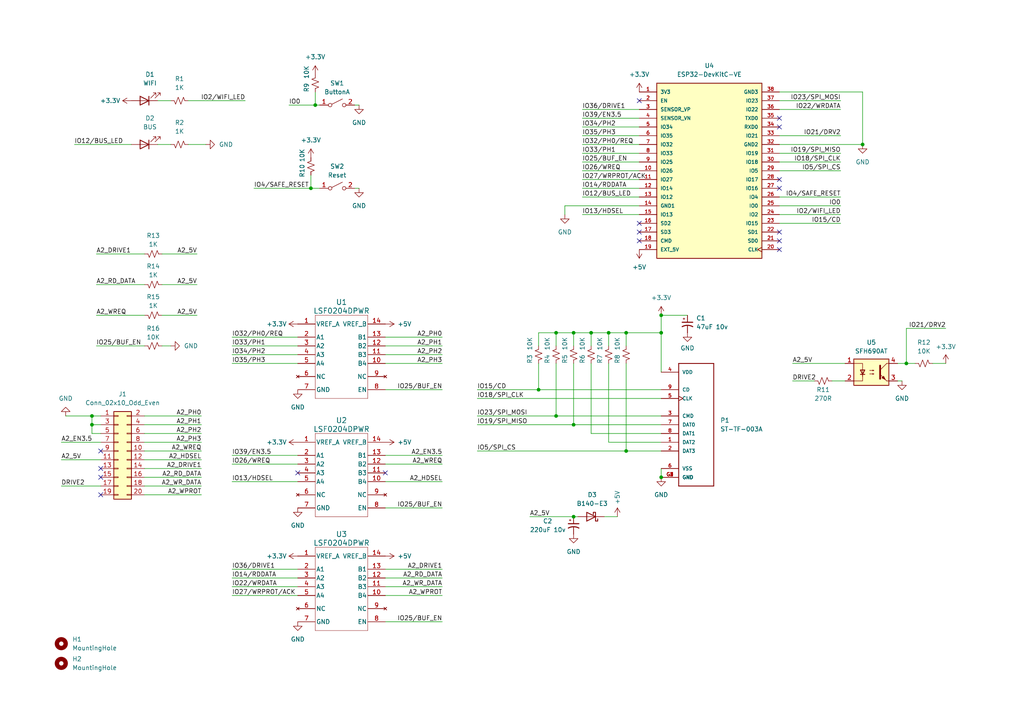
<source format=kicad_sch>
(kicad_sch (version 20230121) (generator eeschema)

  (uuid 163d4287-7276-444e-b8da-db04cfc3db51)

  (paper "A4")

  (title_block
    (title "FujiApple DevKit IDC-20")
    (date "2024-01-05")
    (rev "v1.0")
    (company "Chris Tersteeg")
  )

  (lib_symbols
    (symbol "2024-01-01_21-13-22:LSF0204DPWR" (pin_names (offset 0.254)) (in_bom yes) (on_board yes)
      (property "Reference" "U" (at 0 0 0)
        (effects (font (size 1.524 1.524)))
      )
      (property "Value" "LSF0204DPWR" (at 0 12.7 0)
        (effects (font (size 1.524 1.524)))
      )
      (property "Footprint" "PW0014A_N" (at 0 -13.97 0)
        (effects (font (size 1.27 1.27) italic) hide)
      )
      (property "Datasheet" "LSF0204DPWR" (at 0 -16.51 0)
        (effects (font (size 1.27 1.27) italic) hide)
      )
      (property "ki_locked" "" (at 0 0 0)
        (effects (font (size 1.27 1.27)))
      )
      (property "ki_keywords" "LSF0204DPWR" (at 0 0 0)
        (effects (font (size 1.27 1.27)) hide)
      )
      (property "ki_fp_filters" "PW0014A_N PW0014A_M PW0014A_L" (at 0 0 0)
        (effects (font (size 1.27 1.27)) hide)
      )
      (symbol "LSF0204DPWR_0_1"
        (polyline
          (pts
            (xy -7.62 -12.7)
            (xy 7.62 -12.7)
          )
          (stroke (width 0.1016) (type default))
          (fill (type none))
        )
        (polyline
          (pts
            (xy -7.62 11.43)
            (xy -7.62 -12.7)
          )
          (stroke (width 0.1016) (type default))
          (fill (type none))
        )
        (polyline
          (pts
            (xy 7.62 -12.7)
            (xy 7.62 11.43)
          )
          (stroke (width 0.1016) (type default))
          (fill (type none))
        )
        (polyline
          (pts
            (xy 7.62 11.43)
            (xy -7.62 11.43)
          )
          (stroke (width 0.1016) (type default))
          (fill (type none))
        )
        (pin power_in line (at -12.7 8.89 0) (length 5.08)
          (name "VREF_A" (effects (font (size 1.27 1.27))))
          (number "1" (effects (font (size 1.27 1.27))))
        )
        (pin bidirectional line (at 12.7 -2.54 180) (length 5.08)
          (name "B4" (effects (font (size 1.27 1.27))))
          (number "10" (effects (font (size 1.27 1.27))))
        )
        (pin bidirectional line (at 12.7 0 180) (length 5.08)
          (name "B3" (effects (font (size 1.27 1.27))))
          (number "11" (effects (font (size 1.27 1.27))))
        )
        (pin bidirectional line (at 12.7 2.54 180) (length 5.08)
          (name "B2" (effects (font (size 1.27 1.27))))
          (number "12" (effects (font (size 1.27 1.27))))
        )
        (pin bidirectional line (at 12.7 5.08 180) (length 5.08)
          (name "B1" (effects (font (size 1.27 1.27))))
          (number "13" (effects (font (size 1.27 1.27))))
        )
        (pin power_in line (at 12.7 8.89 180) (length 5.08)
          (name "VREF_B" (effects (font (size 1.27 1.27))))
          (number "14" (effects (font (size 1.27 1.27))))
        )
        (pin bidirectional line (at -12.7 5.08 0) (length 5.08)
          (name "A1" (effects (font (size 1.27 1.27))))
          (number "2" (effects (font (size 1.27 1.27))))
        )
        (pin bidirectional line (at -12.7 2.54 0) (length 5.08)
          (name "A2" (effects (font (size 1.27 1.27))))
          (number "3" (effects (font (size 1.27 1.27))))
        )
        (pin bidirectional line (at -12.7 0 0) (length 5.08)
          (name "A3" (effects (font (size 1.27 1.27))))
          (number "4" (effects (font (size 1.27 1.27))))
        )
        (pin bidirectional line (at -12.7 -2.54 0) (length 5.08)
          (name "A4" (effects (font (size 1.27 1.27))))
          (number "5" (effects (font (size 1.27 1.27))))
        )
        (pin power_in line (at -12.7 -10.16 0) (length 5.08)
          (name "GND" (effects (font (size 1.27 1.27))))
          (number "7" (effects (font (size 1.27 1.27))))
        )
        (pin input line (at 12.7 -10.16 180) (length 5.08)
          (name "EN" (effects (font (size 1.27 1.27))))
          (number "8" (effects (font (size 1.27 1.27))))
        )
      )
      (symbol "LSF0204DPWR_1_1"
        (pin no_connect line (at -12.7 -6.35 0) (length 5.08)
          (name "NC" (effects (font (size 1.27 1.27))))
          (number "6" (effects (font (size 1.27 1.27))))
        )
        (pin no_connect line (at 12.7 -6.35 180) (length 5.08)
          (name "NC" (effects (font (size 1.27 1.27))))
          (number "9" (effects (font (size 1.27 1.27))))
        )
      )
    )
    (symbol "Connector_Generic:Conn_02x10_Odd_Even" (pin_names (offset 1.016) hide) (in_bom yes) (on_board yes)
      (property "Reference" "J" (at 1.27 12.7 0)
        (effects (font (size 1.27 1.27)))
      )
      (property "Value" "Conn_02x10_Odd_Even" (at 1.27 -15.24 0)
        (effects (font (size 1.27 1.27)))
      )
      (property "Footprint" "" (at 0 0 0)
        (effects (font (size 1.27 1.27)) hide)
      )
      (property "Datasheet" "~" (at 0 0 0)
        (effects (font (size 1.27 1.27)) hide)
      )
      (property "ki_keywords" "connector" (at 0 0 0)
        (effects (font (size 1.27 1.27)) hide)
      )
      (property "ki_description" "Generic connector, double row, 02x10, odd/even pin numbering scheme (row 1 odd numbers, row 2 even numbers), script generated (kicad-library-utils/schlib/autogen/connector/)" (at 0 0 0)
        (effects (font (size 1.27 1.27)) hide)
      )
      (property "ki_fp_filters" "Connector*:*_2x??_*" (at 0 0 0)
        (effects (font (size 1.27 1.27)) hide)
      )
      (symbol "Conn_02x10_Odd_Even_1_1"
        (rectangle (start -1.27 -12.573) (end 0 -12.827)
          (stroke (width 0.1524) (type default))
          (fill (type none))
        )
        (rectangle (start -1.27 -10.033) (end 0 -10.287)
          (stroke (width 0.1524) (type default))
          (fill (type none))
        )
        (rectangle (start -1.27 -7.493) (end 0 -7.747)
          (stroke (width 0.1524) (type default))
          (fill (type none))
        )
        (rectangle (start -1.27 -4.953) (end 0 -5.207)
          (stroke (width 0.1524) (type default))
          (fill (type none))
        )
        (rectangle (start -1.27 -2.413) (end 0 -2.667)
          (stroke (width 0.1524) (type default))
          (fill (type none))
        )
        (rectangle (start -1.27 0.127) (end 0 -0.127)
          (stroke (width 0.1524) (type default))
          (fill (type none))
        )
        (rectangle (start -1.27 2.667) (end 0 2.413)
          (stroke (width 0.1524) (type default))
          (fill (type none))
        )
        (rectangle (start -1.27 5.207) (end 0 4.953)
          (stroke (width 0.1524) (type default))
          (fill (type none))
        )
        (rectangle (start -1.27 7.747) (end 0 7.493)
          (stroke (width 0.1524) (type default))
          (fill (type none))
        )
        (rectangle (start -1.27 10.287) (end 0 10.033)
          (stroke (width 0.1524) (type default))
          (fill (type none))
        )
        (rectangle (start -1.27 11.43) (end 3.81 -13.97)
          (stroke (width 0.254) (type default))
          (fill (type background))
        )
        (rectangle (start 3.81 -12.573) (end 2.54 -12.827)
          (stroke (width 0.1524) (type default))
          (fill (type none))
        )
        (rectangle (start 3.81 -10.033) (end 2.54 -10.287)
          (stroke (width 0.1524) (type default))
          (fill (type none))
        )
        (rectangle (start 3.81 -7.493) (end 2.54 -7.747)
          (stroke (width 0.1524) (type default))
          (fill (type none))
        )
        (rectangle (start 3.81 -4.953) (end 2.54 -5.207)
          (stroke (width 0.1524) (type default))
          (fill (type none))
        )
        (rectangle (start 3.81 -2.413) (end 2.54 -2.667)
          (stroke (width 0.1524) (type default))
          (fill (type none))
        )
        (rectangle (start 3.81 0.127) (end 2.54 -0.127)
          (stroke (width 0.1524) (type default))
          (fill (type none))
        )
        (rectangle (start 3.81 2.667) (end 2.54 2.413)
          (stroke (width 0.1524) (type default))
          (fill (type none))
        )
        (rectangle (start 3.81 5.207) (end 2.54 4.953)
          (stroke (width 0.1524) (type default))
          (fill (type none))
        )
        (rectangle (start 3.81 7.747) (end 2.54 7.493)
          (stroke (width 0.1524) (type default))
          (fill (type none))
        )
        (rectangle (start 3.81 10.287) (end 2.54 10.033)
          (stroke (width 0.1524) (type default))
          (fill (type none))
        )
        (pin passive line (at -5.08 10.16 0) (length 3.81)
          (name "Pin_1" (effects (font (size 1.27 1.27))))
          (number "1" (effects (font (size 1.27 1.27))))
        )
        (pin passive line (at 7.62 0 180) (length 3.81)
          (name "Pin_10" (effects (font (size 1.27 1.27))))
          (number "10" (effects (font (size 1.27 1.27))))
        )
        (pin passive line (at -5.08 -2.54 0) (length 3.81)
          (name "Pin_11" (effects (font (size 1.27 1.27))))
          (number "11" (effects (font (size 1.27 1.27))))
        )
        (pin passive line (at 7.62 -2.54 180) (length 3.81)
          (name "Pin_12" (effects (font (size 1.27 1.27))))
          (number "12" (effects (font (size 1.27 1.27))))
        )
        (pin passive line (at -5.08 -5.08 0) (length 3.81)
          (name "Pin_13" (effects (font (size 1.27 1.27))))
          (number "13" (effects (font (size 1.27 1.27))))
        )
        (pin passive line (at 7.62 -5.08 180) (length 3.81)
          (name "Pin_14" (effects (font (size 1.27 1.27))))
          (number "14" (effects (font (size 1.27 1.27))))
        )
        (pin passive line (at -5.08 -7.62 0) (length 3.81)
          (name "Pin_15" (effects (font (size 1.27 1.27))))
          (number "15" (effects (font (size 1.27 1.27))))
        )
        (pin passive line (at 7.62 -7.62 180) (length 3.81)
          (name "Pin_16" (effects (font (size 1.27 1.27))))
          (number "16" (effects (font (size 1.27 1.27))))
        )
        (pin passive line (at -5.08 -10.16 0) (length 3.81)
          (name "Pin_17" (effects (font (size 1.27 1.27))))
          (number "17" (effects (font (size 1.27 1.27))))
        )
        (pin passive line (at 7.62 -10.16 180) (length 3.81)
          (name "Pin_18" (effects (font (size 1.27 1.27))))
          (number "18" (effects (font (size 1.27 1.27))))
        )
        (pin passive line (at -5.08 -12.7 0) (length 3.81)
          (name "Pin_19" (effects (font (size 1.27 1.27))))
          (number "19" (effects (font (size 1.27 1.27))))
        )
        (pin passive line (at 7.62 10.16 180) (length 3.81)
          (name "Pin_2" (effects (font (size 1.27 1.27))))
          (number "2" (effects (font (size 1.27 1.27))))
        )
        (pin passive line (at 7.62 -12.7 180) (length 3.81)
          (name "Pin_20" (effects (font (size 1.27 1.27))))
          (number "20" (effects (font (size 1.27 1.27))))
        )
        (pin passive line (at -5.08 7.62 0) (length 3.81)
          (name "Pin_3" (effects (font (size 1.27 1.27))))
          (number "3" (effects (font (size 1.27 1.27))))
        )
        (pin passive line (at 7.62 7.62 180) (length 3.81)
          (name "Pin_4" (effects (font (size 1.27 1.27))))
          (number "4" (effects (font (size 1.27 1.27))))
        )
        (pin passive line (at -5.08 5.08 0) (length 3.81)
          (name "Pin_5" (effects (font (size 1.27 1.27))))
          (number "5" (effects (font (size 1.27 1.27))))
        )
        (pin passive line (at 7.62 5.08 180) (length 3.81)
          (name "Pin_6" (effects (font (size 1.27 1.27))))
          (number "6" (effects (font (size 1.27 1.27))))
        )
        (pin passive line (at -5.08 2.54 0) (length 3.81)
          (name "Pin_7" (effects (font (size 1.27 1.27))))
          (number "7" (effects (font (size 1.27 1.27))))
        )
        (pin passive line (at 7.62 2.54 180) (length 3.81)
          (name "Pin_8" (effects (font (size 1.27 1.27))))
          (number "8" (effects (font (size 1.27 1.27))))
        )
        (pin passive line (at -5.08 0 0) (length 3.81)
          (name "Pin_9" (effects (font (size 1.27 1.27))))
          (number "9" (effects (font (size 1.27 1.27))))
        )
      )
    )
    (symbol "Device:C_Polarized_Small_US" (pin_numbers hide) (pin_names (offset 0.254) hide) (in_bom yes) (on_board yes)
      (property "Reference" "C" (at 0.254 1.778 0)
        (effects (font (size 1.27 1.27)) (justify left))
      )
      (property "Value" "C_Polarized_Small_US" (at 0.254 -2.032 0)
        (effects (font (size 1.27 1.27)) (justify left))
      )
      (property "Footprint" "" (at 0 0 0)
        (effects (font (size 1.27 1.27)) hide)
      )
      (property "Datasheet" "~" (at 0 0 0)
        (effects (font (size 1.27 1.27)) hide)
      )
      (property "ki_keywords" "cap capacitor" (at 0 0 0)
        (effects (font (size 1.27 1.27)) hide)
      )
      (property "ki_description" "Polarized capacitor, small US symbol" (at 0 0 0)
        (effects (font (size 1.27 1.27)) hide)
      )
      (property "ki_fp_filters" "CP_*" (at 0 0 0)
        (effects (font (size 1.27 1.27)) hide)
      )
      (symbol "C_Polarized_Small_US_0_1"
        (polyline
          (pts
            (xy -1.524 0.508)
            (xy 1.524 0.508)
          )
          (stroke (width 0.3048) (type default))
          (fill (type none))
        )
        (polyline
          (pts
            (xy -1.27 1.524)
            (xy -0.762 1.524)
          )
          (stroke (width 0) (type default))
          (fill (type none))
        )
        (polyline
          (pts
            (xy -1.016 1.27)
            (xy -1.016 1.778)
          )
          (stroke (width 0) (type default))
          (fill (type none))
        )
        (arc (start 1.524 -0.762) (mid 0 -0.3734) (end -1.524 -0.762)
          (stroke (width 0.3048) (type default))
          (fill (type none))
        )
      )
      (symbol "C_Polarized_Small_US_1_1"
        (pin passive line (at 0 2.54 270) (length 2.032)
          (name "~" (effects (font (size 1.27 1.27))))
          (number "1" (effects (font (size 1.27 1.27))))
        )
        (pin passive line (at 0 -2.54 90) (length 2.032)
          (name "~" (effects (font (size 1.27 1.27))))
          (number "2" (effects (font (size 1.27 1.27))))
        )
      )
    )
    (symbol "Device:LED" (pin_numbers hide) (pin_names (offset 1.016) hide) (in_bom yes) (on_board yes)
      (property "Reference" "D" (at 0 2.54 0)
        (effects (font (size 1.27 1.27)))
      )
      (property "Value" "LED" (at 0 -2.54 0)
        (effects (font (size 1.27 1.27)))
      )
      (property "Footprint" "" (at 0 0 0)
        (effects (font (size 1.27 1.27)) hide)
      )
      (property "Datasheet" "~" (at 0 0 0)
        (effects (font (size 1.27 1.27)) hide)
      )
      (property "ki_keywords" "LED diode" (at 0 0 0)
        (effects (font (size 1.27 1.27)) hide)
      )
      (property "ki_description" "Light emitting diode" (at 0 0 0)
        (effects (font (size 1.27 1.27)) hide)
      )
      (property "ki_fp_filters" "LED* LED_SMD:* LED_THT:*" (at 0 0 0)
        (effects (font (size 1.27 1.27)) hide)
      )
      (symbol "LED_0_1"
        (polyline
          (pts
            (xy -1.27 -1.27)
            (xy -1.27 1.27)
          )
          (stroke (width 0.254) (type default))
          (fill (type none))
        )
        (polyline
          (pts
            (xy -1.27 0)
            (xy 1.27 0)
          )
          (stroke (width 0) (type default))
          (fill (type none))
        )
        (polyline
          (pts
            (xy 1.27 -1.27)
            (xy 1.27 1.27)
            (xy -1.27 0)
            (xy 1.27 -1.27)
          )
          (stroke (width 0.254) (type default))
          (fill (type none))
        )
        (polyline
          (pts
            (xy -3.048 -0.762)
            (xy -4.572 -2.286)
            (xy -3.81 -2.286)
            (xy -4.572 -2.286)
            (xy -4.572 -1.524)
          )
          (stroke (width 0) (type default))
          (fill (type none))
        )
        (polyline
          (pts
            (xy -1.778 -0.762)
            (xy -3.302 -2.286)
            (xy -2.54 -2.286)
            (xy -3.302 -2.286)
            (xy -3.302 -1.524)
          )
          (stroke (width 0) (type default))
          (fill (type none))
        )
      )
      (symbol "LED_1_1"
        (pin passive line (at -3.81 0 0) (length 2.54)
          (name "K" (effects (font (size 1.27 1.27))))
          (number "1" (effects (font (size 1.27 1.27))))
        )
        (pin passive line (at 3.81 0 180) (length 2.54)
          (name "A" (effects (font (size 1.27 1.27))))
          (number "2" (effects (font (size 1.27 1.27))))
        )
      )
    )
    (symbol "Device:R_Small_US" (pin_numbers hide) (pin_names (offset 0.254) hide) (in_bom yes) (on_board yes)
      (property "Reference" "R" (at 0.762 0.508 0)
        (effects (font (size 1.27 1.27)) (justify left))
      )
      (property "Value" "R_Small_US" (at 0.762 -1.016 0)
        (effects (font (size 1.27 1.27)) (justify left))
      )
      (property "Footprint" "" (at 0 0 0)
        (effects (font (size 1.27 1.27)) hide)
      )
      (property "Datasheet" "~" (at 0 0 0)
        (effects (font (size 1.27 1.27)) hide)
      )
      (property "ki_keywords" "r resistor" (at 0 0 0)
        (effects (font (size 1.27 1.27)) hide)
      )
      (property "ki_description" "Resistor, small US symbol" (at 0 0 0)
        (effects (font (size 1.27 1.27)) hide)
      )
      (property "ki_fp_filters" "R_*" (at 0 0 0)
        (effects (font (size 1.27 1.27)) hide)
      )
      (symbol "R_Small_US_1_1"
        (polyline
          (pts
            (xy 0 0)
            (xy 1.016 -0.381)
            (xy 0 -0.762)
            (xy -1.016 -1.143)
            (xy 0 -1.524)
          )
          (stroke (width 0) (type default))
          (fill (type none))
        )
        (polyline
          (pts
            (xy 0 1.524)
            (xy 1.016 1.143)
            (xy 0 0.762)
            (xy -1.016 0.381)
            (xy 0 0)
          )
          (stroke (width 0) (type default))
          (fill (type none))
        )
        (pin passive line (at 0 2.54 270) (length 1.016)
          (name "~" (effects (font (size 1.27 1.27))))
          (number "1" (effects (font (size 1.27 1.27))))
        )
        (pin passive line (at 0 -2.54 90) (length 1.016)
          (name "~" (effects (font (size 1.27 1.27))))
          (number "2" (effects (font (size 1.27 1.27))))
        )
      )
    )
    (symbol "Diode:B140-E3" (pin_numbers hide) (pin_names hide) (in_bom yes) (on_board yes)
      (property "Reference" "D" (at 0 2.54 0)
        (effects (font (size 1.27 1.27)))
      )
      (property "Value" "B140-E3" (at 0 -2.54 0)
        (effects (font (size 1.27 1.27)))
      )
      (property "Footprint" "Diode_SMD:D_SMA" (at 0 -4.445 0)
        (effects (font (size 1.27 1.27)) hide)
      )
      (property "Datasheet" "http://www.vishay.com/docs/88946/b120.pdf" (at 0 0 0)
        (effects (font (size 1.27 1.27)) hide)
      )
      (property "ki_keywords" "diode Schottky" (at 0 0 0)
        (effects (font (size 1.27 1.27)) hide)
      )
      (property "ki_description" "40V 1A Schottky Barrier Rectifier Diode, SMA(DO-214AC)" (at 0 0 0)
        (effects (font (size 1.27 1.27)) hide)
      )
      (property "ki_fp_filters" "D*SMA*" (at 0 0 0)
        (effects (font (size 1.27 1.27)) hide)
      )
      (symbol "B140-E3_0_1"
        (polyline
          (pts
            (xy 1.27 0)
            (xy -1.27 0)
          )
          (stroke (width 0) (type default))
          (fill (type none))
        )
        (polyline
          (pts
            (xy 1.27 1.27)
            (xy 1.27 -1.27)
            (xy -1.27 0)
            (xy 1.27 1.27)
          )
          (stroke (width 0.254) (type default))
          (fill (type none))
        )
        (polyline
          (pts
            (xy -1.905 0.635)
            (xy -1.905 1.27)
            (xy -1.27 1.27)
            (xy -1.27 -1.27)
            (xy -0.635 -1.27)
            (xy -0.635 -0.635)
          )
          (stroke (width 0.254) (type default))
          (fill (type none))
        )
      )
      (symbol "B140-E3_1_1"
        (pin passive line (at -3.81 0 0) (length 2.54)
          (name "K" (effects (font (size 1.27 1.27))))
          (number "1" (effects (font (size 1.27 1.27))))
        )
        (pin passive line (at 3.81 0 180) (length 2.54)
          (name "A" (effects (font (size 1.27 1.27))))
          (number "2" (effects (font (size 1.27 1.27))))
        )
      )
    )
    (symbol "ESP32-DEVKITC-32U:ESP32-DEVKITC-32U" (pin_names (offset 1.016)) (in_bom yes) (on_board yes)
      (property "Reference" "U" (at -15.2654 26.0604 0)
        (effects (font (size 1.27 1.27)) (justify left bottom))
      )
      (property "Value" "ESP32-DEVKITC-32U" (at -15.2654 -27.9654 0)
        (effects (font (size 1.27 1.27)) (justify left bottom))
      )
      (property "Footprint" "MODULE_ESP32-DEVKITC-32U" (at 0 0 0)
        (effects (font (size 1.27 1.27)) (justify left bottom) hide)
      )
      (property "Datasheet" "" (at 0 0 0)
        (effects (font (size 1.27 1.27)) (justify left bottom) hide)
      )
      (property "STANDARD" "Manufacturer Recommendations" (at 0 0 0)
        (effects (font (size 1.27 1.27)) (justify left bottom) hide)
      )
      (property "PARTREV" "N/A" (at 0 0 0)
        (effects (font (size 1.27 1.27)) (justify left bottom) hide)
      )
      (property "MANUFACTURER" "ESPRESSIF" (at 0 0 0)
        (effects (font (size 1.27 1.27)) (justify left bottom) hide)
      )
      (property "ki_locked" "" (at 0 0 0)
        (effects (font (size 1.27 1.27)))
      )
      (symbol "ESP32-DEVKITC-32U_0_0"
        (rectangle (start -15.24 -25.4) (end 15.24 25.4)
          (stroke (width 0.254) (type solid))
          (fill (type background))
        )
        (pin power_in line (at -20.32 22.86 0) (length 5.08)
          (name "3V3" (effects (font (size 1.016 1.016))))
          (number "1" (effects (font (size 1.016 1.016))))
        )
        (pin bidirectional line (at -20.32 0 0) (length 5.08)
          (name "IO26" (effects (font (size 1.016 1.016))))
          (number "10" (effects (font (size 1.016 1.016))))
        )
        (pin bidirectional line (at -20.32 -2.54 0) (length 5.08)
          (name "IO27" (effects (font (size 1.016 1.016))))
          (number "11" (effects (font (size 1.016 1.016))))
        )
        (pin bidirectional line (at -20.32 -5.08 0) (length 5.08)
          (name "IO14" (effects (font (size 1.016 1.016))))
          (number "12" (effects (font (size 1.016 1.016))))
        )
        (pin bidirectional line (at -20.32 -7.62 0) (length 5.08)
          (name "IO12" (effects (font (size 1.016 1.016))))
          (number "13" (effects (font (size 1.016 1.016))))
        )
        (pin power_in line (at -20.32 -10.16 0) (length 5.08)
          (name "GND1" (effects (font (size 1.016 1.016))))
          (number "14" (effects (font (size 1.016 1.016))))
        )
        (pin bidirectional line (at -20.32 -12.7 0) (length 5.08)
          (name "IO13" (effects (font (size 1.016 1.016))))
          (number "15" (effects (font (size 1.016 1.016))))
        )
        (pin bidirectional line (at -20.32 -15.24 0) (length 5.08)
          (name "SD2" (effects (font (size 1.016 1.016))))
          (number "16" (effects (font (size 1.016 1.016))))
        )
        (pin bidirectional line (at -20.32 -17.78 0) (length 5.08)
          (name "SD3" (effects (font (size 1.016 1.016))))
          (number "17" (effects (font (size 1.016 1.016))))
        )
        (pin bidirectional line (at -20.32 -20.32 0) (length 5.08)
          (name "CMD" (effects (font (size 1.016 1.016))))
          (number "18" (effects (font (size 1.016 1.016))))
        )
        (pin power_in line (at -20.32 -22.86 0) (length 5.08)
          (name "EXT_5V" (effects (font (size 1.016 1.016))))
          (number "19" (effects (font (size 1.016 1.016))))
        )
        (pin input line (at -20.32 20.32 0) (length 5.08)
          (name "EN" (effects (font (size 1.016 1.016))))
          (number "2" (effects (font (size 1.016 1.016))))
        )
        (pin input clock (at 20.32 -22.86 180) (length 5.08)
          (name "CLK" (effects (font (size 1.016 1.016))))
          (number "20" (effects (font (size 1.016 1.016))))
        )
        (pin bidirectional line (at 20.32 -20.32 180) (length 5.08)
          (name "SD0" (effects (font (size 1.016 1.016))))
          (number "21" (effects (font (size 1.016 1.016))))
        )
        (pin bidirectional line (at 20.32 -17.78 180) (length 5.08)
          (name "SD1" (effects (font (size 1.016 1.016))))
          (number "22" (effects (font (size 1.016 1.016))))
        )
        (pin bidirectional line (at 20.32 -15.24 180) (length 5.08)
          (name "IO15" (effects (font (size 1.016 1.016))))
          (number "23" (effects (font (size 1.016 1.016))))
        )
        (pin bidirectional line (at 20.32 -12.7 180) (length 5.08)
          (name "IO2" (effects (font (size 1.016 1.016))))
          (number "24" (effects (font (size 1.016 1.016))))
        )
        (pin bidirectional line (at 20.32 -10.16 180) (length 5.08)
          (name "IO0" (effects (font (size 1.016 1.016))))
          (number "25" (effects (font (size 1.016 1.016))))
        )
        (pin bidirectional line (at 20.32 -7.62 180) (length 5.08)
          (name "IO4" (effects (font (size 1.016 1.016))))
          (number "26" (effects (font (size 1.016 1.016))))
        )
        (pin bidirectional line (at 20.32 -5.08 180) (length 5.08)
          (name "IO16" (effects (font (size 1.016 1.016))))
          (number "27" (effects (font (size 1.016 1.016))))
        )
        (pin bidirectional line (at 20.32 -2.54 180) (length 5.08)
          (name "IO17" (effects (font (size 1.016 1.016))))
          (number "28" (effects (font (size 1.016 1.016))))
        )
        (pin bidirectional line (at 20.32 0 180) (length 5.08)
          (name "IO5" (effects (font (size 1.016 1.016))))
          (number "29" (effects (font (size 1.016 1.016))))
        )
        (pin input line (at -20.32 17.78 0) (length 5.08)
          (name "SENSOR_VP" (effects (font (size 1.016 1.016))))
          (number "3" (effects (font (size 1.016 1.016))))
        )
        (pin bidirectional line (at 20.32 2.54 180) (length 5.08)
          (name "IO18" (effects (font (size 1.016 1.016))))
          (number "30" (effects (font (size 1.016 1.016))))
        )
        (pin bidirectional line (at 20.32 5.08 180) (length 5.08)
          (name "IO19" (effects (font (size 1.016 1.016))))
          (number "31" (effects (font (size 1.016 1.016))))
        )
        (pin power_in line (at 20.32 7.62 180) (length 5.08)
          (name "GND2" (effects (font (size 1.016 1.016))))
          (number "32" (effects (font (size 1.016 1.016))))
        )
        (pin bidirectional line (at 20.32 10.16 180) (length 5.08)
          (name "IO21" (effects (font (size 1.016 1.016))))
          (number "33" (effects (font (size 1.016 1.016))))
        )
        (pin input line (at 20.32 12.7 180) (length 5.08)
          (name "RXD0" (effects (font (size 1.016 1.016))))
          (number "34" (effects (font (size 1.016 1.016))))
        )
        (pin output line (at 20.32 15.24 180) (length 5.08)
          (name "TXD0" (effects (font (size 1.016 1.016))))
          (number "35" (effects (font (size 1.016 1.016))))
        )
        (pin bidirectional line (at 20.32 17.78 180) (length 5.08)
          (name "IO22" (effects (font (size 1.016 1.016))))
          (number "36" (effects (font (size 1.016 1.016))))
        )
        (pin bidirectional line (at 20.32 20.32 180) (length 5.08)
          (name "IO23" (effects (font (size 1.016 1.016))))
          (number "37" (effects (font (size 1.016 1.016))))
        )
        (pin power_in line (at 20.32 22.86 180) (length 5.08)
          (name "GND3" (effects (font (size 1.016 1.016))))
          (number "38" (effects (font (size 1.016 1.016))))
        )
        (pin input line (at -20.32 15.24 0) (length 5.08)
          (name "SENSOR_VN" (effects (font (size 1.016 1.016))))
          (number "4" (effects (font (size 1.016 1.016))))
        )
        (pin bidirectional line (at -20.32 12.7 0) (length 5.08)
          (name "IO34" (effects (font (size 1.016 1.016))))
          (number "5" (effects (font (size 1.016 1.016))))
        )
        (pin bidirectional line (at -20.32 10.16 0) (length 5.08)
          (name "IO35" (effects (font (size 1.016 1.016))))
          (number "6" (effects (font (size 1.016 1.016))))
        )
        (pin bidirectional line (at -20.32 7.62 0) (length 5.08)
          (name "IO32" (effects (font (size 1.016 1.016))))
          (number "7" (effects (font (size 1.016 1.016))))
        )
        (pin bidirectional line (at -20.32 5.08 0) (length 5.08)
          (name "IO33" (effects (font (size 1.016 1.016))))
          (number "8" (effects (font (size 1.016 1.016))))
        )
        (pin bidirectional line (at -20.32 2.54 0) (length 5.08)
          (name "IO25" (effects (font (size 1.016 1.016))))
          (number "9" (effects (font (size 1.016 1.016))))
        )
      )
    )
    (symbol "GND_1" (power) (pin_names (offset 0)) (in_bom yes) (on_board yes)
      (property "Reference" "#PWR" (at 0 -6.35 0)
        (effects (font (size 1.27 1.27)) hide)
      )
      (property "Value" "GND_1" (at 0 -3.81 0)
        (effects (font (size 1.27 1.27)))
      )
      (property "Footprint" "" (at 0 0 0)
        (effects (font (size 1.27 1.27)) hide)
      )
      (property "Datasheet" "" (at 0 0 0)
        (effects (font (size 1.27 1.27)) hide)
      )
      (property "ki_keywords" "global power" (at 0 0 0)
        (effects (font (size 1.27 1.27)) hide)
      )
      (property "ki_description" "Power symbol creates a global label with name \"GND\" , ground" (at 0 0 0)
        (effects (font (size 1.27 1.27)) hide)
      )
      (symbol "GND_1_0_1"
        (polyline
          (pts
            (xy 0 0)
            (xy 0 -1.27)
            (xy 1.27 -1.27)
            (xy 0 -2.54)
            (xy -1.27 -1.27)
            (xy 0 -1.27)
          )
          (stroke (width 0) (type default))
          (fill (type none))
        )
      )
      (symbol "GND_1_1_1"
        (pin power_in line (at 0 0 270) (length 0) hide
          (name "GND" (effects (font (size 1.27 1.27))))
          (number "1" (effects (font (size 1.27 1.27))))
        )
      )
    )
    (symbol "Isolator:TLP291" (in_bom yes) (on_board yes)
      (property "Reference" "U" (at -5.08 5.08 0)
        (effects (font (size 1.27 1.27)) (justify left))
      )
      (property "Value" "TLP291" (at 0 5.08 0)
        (effects (font (size 1.27 1.27)) (justify left))
      )
      (property "Footprint" "Package_SO:SOIC-4_4.55x2.6mm_P1.27mm" (at -5.08 -5.08 0)
        (effects (font (size 1.27 1.27) italic) (justify left) hide)
      )
      (property "Datasheet" "https://toshiba.semicon-storage.com/info/docget.jsp?did=12884&prodName=TLP291" (at 0 0 0)
        (effects (font (size 1.27 1.27)) (justify left) hide)
      )
      (property "ki_keywords" "NPN DC Optocoupler" (at 0 0 0)
        (effects (font (size 1.27 1.27)) hide)
      )
      (property "ki_description" "DC Optocoupler, Vce 80V, CTR 50-100%, SOP4" (at 0 0 0)
        (effects (font (size 1.27 1.27)) hide)
      )
      (property "ki_fp_filters" "SOIC*4.55x2.6mm*P1.27mm*" (at 0 0 0)
        (effects (font (size 1.27 1.27)) hide)
      )
      (symbol "TLP291_0_1"
        (rectangle (start -5.08 3.81) (end 5.08 -3.81)
          (stroke (width 0.254) (type default))
          (fill (type background))
        )
        (polyline
          (pts
            (xy -3.175 -0.635)
            (xy -1.905 -0.635)
          )
          (stroke (width 0.254) (type default))
          (fill (type none))
        )
        (polyline
          (pts
            (xy 2.54 0.635)
            (xy 4.445 2.54)
          )
          (stroke (width 0) (type default))
          (fill (type none))
        )
        (polyline
          (pts
            (xy 4.445 -2.54)
            (xy 2.54 -0.635)
          )
          (stroke (width 0) (type default))
          (fill (type outline))
        )
        (polyline
          (pts
            (xy 4.445 -2.54)
            (xy 5.08 -2.54)
          )
          (stroke (width 0) (type default))
          (fill (type none))
        )
        (polyline
          (pts
            (xy 4.445 2.54)
            (xy 5.08 2.54)
          )
          (stroke (width 0) (type default))
          (fill (type none))
        )
        (polyline
          (pts
            (xy -2.54 -0.635)
            (xy -2.54 -2.54)
            (xy -5.08 -2.54)
          )
          (stroke (width 0) (type default))
          (fill (type none))
        )
        (polyline
          (pts
            (xy 2.54 1.905)
            (xy 2.54 -1.905)
            (xy 2.54 -1.905)
          )
          (stroke (width 0.508) (type default))
          (fill (type none))
        )
        (polyline
          (pts
            (xy -5.08 2.54)
            (xy -2.54 2.54)
            (xy -2.54 -1.27)
            (xy -2.54 0.635)
          )
          (stroke (width 0) (type default))
          (fill (type none))
        )
        (polyline
          (pts
            (xy -2.54 -0.635)
            (xy -3.175 0.635)
            (xy -1.905 0.635)
            (xy -2.54 -0.635)
          )
          (stroke (width 0.254) (type default))
          (fill (type none))
        )
        (polyline
          (pts
            (xy -0.508 -0.508)
            (xy 0.762 -0.508)
            (xy 0.381 -0.635)
            (xy 0.381 -0.381)
            (xy 0.762 -0.508)
          )
          (stroke (width 0) (type default))
          (fill (type none))
        )
        (polyline
          (pts
            (xy -0.508 0.508)
            (xy 0.762 0.508)
            (xy 0.381 0.381)
            (xy 0.381 0.635)
            (xy 0.762 0.508)
          )
          (stroke (width 0) (type default))
          (fill (type none))
        )
        (polyline
          (pts
            (xy 3.048 -1.651)
            (xy 3.556 -1.143)
            (xy 4.064 -2.159)
            (xy 3.048 -1.651)
            (xy 3.048 -1.651)
          )
          (stroke (width 0) (type default))
          (fill (type outline))
        )
      )
      (symbol "TLP291_1_1"
        (pin passive line (at -7.62 2.54 0) (length 2.54)
          (name "~" (effects (font (size 1.27 1.27))))
          (number "1" (effects (font (size 1.27 1.27))))
        )
        (pin passive line (at -7.62 -2.54 0) (length 2.54)
          (name "~" (effects (font (size 1.27 1.27))))
          (number "2" (effects (font (size 1.27 1.27))))
        )
        (pin passive line (at 7.62 -2.54 180) (length 2.54)
          (name "~" (effects (font (size 1.27 1.27))))
          (number "3" (effects (font (size 1.27 1.27))))
        )
        (pin passive line (at 7.62 2.54 180) (length 2.54)
          (name "~" (effects (font (size 1.27 1.27))))
          (number "4" (effects (font (size 1.27 1.27))))
        )
      )
    )
    (symbol "Mechanical:MountingHole" (pin_names (offset 1.016)) (in_bom yes) (on_board yes)
      (property "Reference" "H" (at 0 5.08 0)
        (effects (font (size 1.27 1.27)))
      )
      (property "Value" "MountingHole" (at 0 3.175 0)
        (effects (font (size 1.27 1.27)))
      )
      (property "Footprint" "" (at 0 0 0)
        (effects (font (size 1.27 1.27)) hide)
      )
      (property "Datasheet" "~" (at 0 0 0)
        (effects (font (size 1.27 1.27)) hide)
      )
      (property "ki_keywords" "mounting hole" (at 0 0 0)
        (effects (font (size 1.27 1.27)) hide)
      )
      (property "ki_description" "Mounting Hole without connection" (at 0 0 0)
        (effects (font (size 1.27 1.27)) hide)
      )
      (property "ki_fp_filters" "MountingHole*" (at 0 0 0)
        (effects (font (size 1.27 1.27)) hide)
      )
      (symbol "MountingHole_0_1"
        (circle (center 0 0) (radius 1.27)
          (stroke (width 1.27) (type default))
          (fill (type none))
        )
      )
    )
    (symbol "ST-TF-003A:ST-TF-003A" (pin_names (offset 1.016)) (in_bom yes) (on_board yes)
      (property "Reference" "P" (at 0 17.8054 0)
        (effects (font (size 1.27 1.27)) (justify left bottom))
      )
      (property "Value" "ST-TF-003A" (at 0 -20.3454 0)
        (effects (font (size 1.27 1.27)) (justify left bottom))
      )
      (property "Footprint" "SUNTECH_ST-TF-003A" (at 0 0 0)
        (effects (font (size 1.27 1.27)) (justify left bottom) hide)
      )
      (property "Datasheet" "" (at 0 0 0)
        (effects (font (size 1.27 1.27)) (justify left bottom) hide)
      )
      (property "MANUFACTURER" "Suntech" (at 0 0 0)
        (effects (font (size 1.27 1.27)) (justify left bottom) hide)
      )
      (property "ki_locked" "" (at 0 0 0)
        (effects (font (size 1.27 1.27)))
      )
      (symbol "ST-TF-003A_0_0"
        (polyline
          (pts
            (xy 0 -17.78)
            (xy 0 17.78)
          )
          (stroke (width 0.254) (type solid))
          (fill (type none))
        )
        (polyline
          (pts
            (xy 0 17.78)
            (xy 10.16 17.78)
          )
          (stroke (width 0.254) (type solid))
          (fill (type none))
        )
        (polyline
          (pts
            (xy 10.16 -17.78)
            (xy 0 -17.78)
          )
          (stroke (width 0.254) (type solid))
          (fill (type none))
        )
        (polyline
          (pts
            (xy 10.16 17.78)
            (xy 10.16 -17.78)
          )
          (stroke (width 0.254) (type solid))
          (fill (type none))
        )
        (pin bidirectional line (at -5.08 -5.08 0) (length 5.08)
          (name "DAT2" (effects (font (size 1.016 1.016))))
          (number "1" (effects (font (size 1.016 1.016))))
        )
        (pin bidirectional line (at -5.08 -7.62 0) (length 5.08)
          (name "DAT3" (effects (font (size 1.016 1.016))))
          (number "2" (effects (font (size 1.016 1.016))))
        )
        (pin bidirectional line (at -5.08 2.54 0) (length 5.08)
          (name "CMD" (effects (font (size 1.016 1.016))))
          (number "3" (effects (font (size 1.016 1.016))))
        )
        (pin power_in line (at -5.08 15.24 0) (length 5.08)
          (name "VDD" (effects (font (size 1.016 1.016))))
          (number "4" (effects (font (size 1.016 1.016))))
        )
        (pin input clock (at -5.08 7.62 0) (length 5.08)
          (name "CLK" (effects (font (size 1.016 1.016))))
          (number "5" (effects (font (size 1.016 1.016))))
        )
        (pin passive line (at -5.08 -12.7 0) (length 5.08)
          (name "VSS" (effects (font (size 1.016 1.016))))
          (number "6" (effects (font (size 1.016 1.016))))
        )
        (pin bidirectional line (at -5.08 0 0) (length 5.08)
          (name "DAT0" (effects (font (size 1.016 1.016))))
          (number "7" (effects (font (size 1.016 1.016))))
        )
        (pin bidirectional line (at -5.08 -2.54 0) (length 5.08)
          (name "DAT1" (effects (font (size 1.016 1.016))))
          (number "8" (effects (font (size 1.016 1.016))))
        )
        (pin input line (at -5.08 10.16 0) (length 5.08)
          (name "CD" (effects (font (size 1.016 1.016))))
          (number "9" (effects (font (size 1.016 1.016))))
        )
        (pin passive line (at -5.08 -15.24 0) (length 5.08)
          (name "GND" (effects (font (size 1.016 1.016))))
          (number "G2" (effects (font (size 1.016 1.016))))
        )
        (pin passive line (at -5.08 -15.24 0) (length 5.08)
          (name "GND" (effects (font (size 1.016 1.016))))
          (number "G3" (effects (font (size 1.016 1.016))))
        )
        (pin passive line (at -5.08 -15.24 0) (length 5.08)
          (name "GND" (effects (font (size 1.016 1.016))))
          (number "G4" (effects (font (size 1.016 1.016))))
        )
      )
      (symbol "ST-TF-003A_1_0"
        (pin passive line (at -5.08 -15.24 0) (length 5.08)
          (name "GND" (effects (font (size 1.016 1.016))))
          (number "G1" (effects (font (size 1.016 1.016))))
        )
      )
    )
    (symbol "Switch:SW_SPST" (pin_names (offset 0) hide) (in_bom yes) (on_board yes)
      (property "Reference" "SW" (at 0 3.175 0)
        (effects (font (size 1.27 1.27)))
      )
      (property "Value" "SW_SPST" (at 0 -2.54 0)
        (effects (font (size 1.27 1.27)))
      )
      (property "Footprint" "" (at 0 0 0)
        (effects (font (size 1.27 1.27)) hide)
      )
      (property "Datasheet" "~" (at 0 0 0)
        (effects (font (size 1.27 1.27)) hide)
      )
      (property "ki_keywords" "switch lever" (at 0 0 0)
        (effects (font (size 1.27 1.27)) hide)
      )
      (property "ki_description" "Single Pole Single Throw (SPST) switch" (at 0 0 0)
        (effects (font (size 1.27 1.27)) hide)
      )
      (symbol "SW_SPST_0_0"
        (circle (center -2.032 0) (radius 0.508)
          (stroke (width 0) (type default))
          (fill (type none))
        )
        (polyline
          (pts
            (xy -1.524 0.254)
            (xy 1.524 1.778)
          )
          (stroke (width 0) (type default))
          (fill (type none))
        )
        (circle (center 2.032 0) (radius 0.508)
          (stroke (width 0) (type default))
          (fill (type none))
        )
      )
      (symbol "SW_SPST_1_1"
        (pin passive line (at -5.08 0 0) (length 2.54)
          (name "A" (effects (font (size 1.27 1.27))))
          (number "1" (effects (font (size 1.27 1.27))))
        )
        (pin passive line (at 5.08 0 180) (length 2.54)
          (name "B" (effects (font (size 1.27 1.27))))
          (number "2" (effects (font (size 1.27 1.27))))
        )
      )
    )
    (symbol "power:+3.3V" (power) (pin_names (offset 0)) (in_bom yes) (on_board yes)
      (property "Reference" "#PWR" (at 0 -3.81 0)
        (effects (font (size 1.27 1.27)) hide)
      )
      (property "Value" "+3.3V" (at 0 3.556 0)
        (effects (font (size 1.27 1.27)))
      )
      (property "Footprint" "" (at 0 0 0)
        (effects (font (size 1.27 1.27)) hide)
      )
      (property "Datasheet" "" (at 0 0 0)
        (effects (font (size 1.27 1.27)) hide)
      )
      (property "ki_keywords" "global power" (at 0 0 0)
        (effects (font (size 1.27 1.27)) hide)
      )
      (property "ki_description" "Power symbol creates a global label with name \"+3.3V\"" (at 0 0 0)
        (effects (font (size 1.27 1.27)) hide)
      )
      (symbol "+3.3V_0_1"
        (polyline
          (pts
            (xy -0.762 1.27)
            (xy 0 2.54)
          )
          (stroke (width 0) (type default))
          (fill (type none))
        )
        (polyline
          (pts
            (xy 0 0)
            (xy 0 2.54)
          )
          (stroke (width 0) (type default))
          (fill (type none))
        )
        (polyline
          (pts
            (xy 0 2.54)
            (xy 0.762 1.27)
          )
          (stroke (width 0) (type default))
          (fill (type none))
        )
      )
      (symbol "+3.3V_1_1"
        (pin power_in line (at 0 0 90) (length 0) hide
          (name "+3.3V" (effects (font (size 1.27 1.27))))
          (number "1" (effects (font (size 1.27 1.27))))
        )
      )
    )
    (symbol "power:+5V" (power) (pin_names (offset 0)) (in_bom yes) (on_board yes)
      (property "Reference" "#PWR" (at 0 -3.81 0)
        (effects (font (size 1.27 1.27)) hide)
      )
      (property "Value" "+5V" (at 0 3.556 0)
        (effects (font (size 1.27 1.27)))
      )
      (property "Footprint" "" (at 0 0 0)
        (effects (font (size 1.27 1.27)) hide)
      )
      (property "Datasheet" "" (at 0 0 0)
        (effects (font (size 1.27 1.27)) hide)
      )
      (property "ki_keywords" "power-flag" (at 0 0 0)
        (effects (font (size 1.27 1.27)) hide)
      )
      (property "ki_description" "Power symbol creates a global label with name \"+5V\"" (at 0 0 0)
        (effects (font (size 1.27 1.27)) hide)
      )
      (symbol "+5V_0_1"
        (polyline
          (pts
            (xy -0.762 1.27)
            (xy 0 2.54)
          )
          (stroke (width 0) (type default))
          (fill (type none))
        )
        (polyline
          (pts
            (xy 0 0)
            (xy 0 2.54)
          )
          (stroke (width 0) (type default))
          (fill (type none))
        )
        (polyline
          (pts
            (xy 0 2.54)
            (xy 0.762 1.27)
          )
          (stroke (width 0) (type default))
          (fill (type none))
        )
      )
      (symbol "+5V_1_1"
        (pin power_in line (at 0 0 90) (length 0) hide
          (name "+5V" (effects (font (size 1.27 1.27))))
          (number "1" (effects (font (size 1.27 1.27))))
        )
      )
    )
    (symbol "power:GND" (power) (pin_names (offset 0)) (in_bom yes) (on_board yes)
      (property "Reference" "#PWR" (at 0 -6.35 0)
        (effects (font (size 1.27 1.27)) hide)
      )
      (property "Value" "GND" (at 0 -3.81 0)
        (effects (font (size 1.27 1.27)))
      )
      (property "Footprint" "" (at 0 0 0)
        (effects (font (size 1.27 1.27)) hide)
      )
      (property "Datasheet" "" (at 0 0 0)
        (effects (font (size 1.27 1.27)) hide)
      )
      (property "ki_keywords" "global power" (at 0 0 0)
        (effects (font (size 1.27 1.27)) hide)
      )
      (property "ki_description" "Power symbol creates a global label with name \"GND\" , ground" (at 0 0 0)
        (effects (font (size 1.27 1.27)) hide)
      )
      (symbol "GND_0_1"
        (polyline
          (pts
            (xy 0 0)
            (xy 0 -1.27)
            (xy 1.27 -1.27)
            (xy 0 -2.54)
            (xy -1.27 -1.27)
            (xy 0 -1.27)
          )
          (stroke (width 0) (type default))
          (fill (type none))
        )
      )
      (symbol "GND_1_1"
        (pin power_in line (at 0 0 270) (length 0) hide
          (name "GND" (effects (font (size 1.27 1.27))))
          (number "1" (effects (font (size 1.27 1.27))))
        )
      )
    )
  )

  (junction (at 176.53 96.52) (diameter 0) (color 0 0 0 0)
    (uuid 07654578-6359-4295-a010-fdda99f29515)
  )
  (junction (at 166.37 96.52) (diameter 0) (color 0 0 0 0)
    (uuid 07a6a61e-5841-4889-ae56-b9f09e024590)
  )
  (junction (at 90.17 54.61) (diameter 0) (color 0 0 0 0)
    (uuid 1f63f6a2-4d36-4c73-b60f-d81747b1f2f5)
  )
  (junction (at 166.37 123.19) (diameter 0) (color 0 0 0 0)
    (uuid 3b031ae3-057c-4596-b7cb-adf8ea3749f3)
  )
  (junction (at 262.89 105.41) (diameter 0) (color 0 0 0 0)
    (uuid 57ba2c77-a7e7-42f9-a68a-fc624adfb4e5)
  )
  (junction (at 161.29 96.52) (diameter 0) (color 0 0 0 0)
    (uuid 6b6ae847-0bbe-4037-abd1-a1560596909a)
  )
  (junction (at 26.67 123.19) (diameter 0) (color 0 0 0 0)
    (uuid 6ff15225-607e-456c-b7f3-3ffd93b21869)
  )
  (junction (at 156.21 113.03) (diameter 0) (color 0 0 0 0)
    (uuid 96692d7a-1d0b-430c-ad7a-7f1bfe13edf2)
  )
  (junction (at 191.77 138.43) (diameter 0) (color 0 0 0 0)
    (uuid 9ac0b660-823c-4aaf-9128-7d61798f6ef6)
  )
  (junction (at 191.77 96.52) (diameter 0) (color 0 0 0 0)
    (uuid 9ae40b61-4b63-4465-aae2-b13275e3a9b7)
  )
  (junction (at 26.67 120.65) (diameter 0) (color 0 0 0 0)
    (uuid ad838ddf-6425-497b-af46-fd4f44649c3f)
  )
  (junction (at 91.44 30.48) (diameter 0) (color 0 0 0 0)
    (uuid ae4a2a97-5801-410c-8c64-d4fb12b23ea9)
  )
  (junction (at 181.61 96.52) (diameter 0) (color 0 0 0 0)
    (uuid cf7c57d5-297c-45d7-b471-287046ed3002)
  )
  (junction (at 166.37 149.86) (diameter 0) (color 0 0 0 0)
    (uuid e902a430-dab4-4f3d-971a-f1d3ad7521d4)
  )
  (junction (at 161.29 120.65) (diameter 0) (color 0 0 0 0)
    (uuid e9852937-2208-4601-b444-ef823f8d2621)
  )
  (junction (at 171.45 96.52) (diameter 0) (color 0 0 0 0)
    (uuid f4308efc-9c23-467c-a130-d2ae260cc79b)
  )
  (junction (at 191.77 91.44) (diameter 0) (color 0 0 0 0)
    (uuid f57fdcc5-94f4-4922-92d2-0a9f08b7f449)
  )
  (junction (at 250.19 41.91) (diameter 0) (color 0 0 0 0)
    (uuid f774764b-8d0c-4f05-b1f7-c243076ba2f0)
  )
  (junction (at 181.61 130.81) (diameter 0) (color 0 0 0 0)
    (uuid fbd84b72-087e-4cec-a459-34fd11fa1b30)
  )

  (no_connect (at 185.42 29.21) (uuid 08bbcfb5-9076-4020-9d3b-d13f6d6fe996))
  (no_connect (at 86.36 137.16) (uuid 183705fb-8fd5-479d-bf78-bbf4217bb39a))
  (no_connect (at 226.06 52.07) (uuid 222a0fbe-7356-4171-8245-466932fc17c2))
  (no_connect (at 29.21 135.89) (uuid 2a5e695c-450e-45bf-8f16-a768a9d9cca3))
  (no_connect (at 185.42 69.85) (uuid 2c9848ac-e1ed-4907-99b6-00e228d378f8))
  (no_connect (at 226.06 72.39) (uuid 40a1cdcc-1bf9-4819-90bd-76916700642c))
  (no_connect (at 226.06 36.83) (uuid 52cfe0de-58b6-4632-bbd0-24a71246b2db))
  (no_connect (at 226.06 54.61) (uuid 705b9a43-19dd-43ce-922f-d4543b6dffad))
  (no_connect (at 29.21 138.43) (uuid 79ac009a-9a10-41c1-bac2-1b65bd2fe8a5))
  (no_connect (at 226.06 34.29) (uuid 7ff49a2c-3cec-4b19-8488-8adeea986f92))
  (no_connect (at 29.21 130.81) (uuid 849e926b-e90b-4dee-aa5c-eb0333a8886b))
  (no_connect (at 29.21 143.51) (uuid 9e16ae99-590a-4fa1-a47f-069c502f848f))
  (no_connect (at 226.06 69.85) (uuid c5289346-8680-4a28-862c-99515e81f94d))
  (no_connect (at 226.06 67.31) (uuid d3419328-22a7-4897-9429-a18d4905e1c6))
  (no_connect (at 185.42 64.77) (uuid d36cbd03-44d2-456d-bbda-5c0e7f94007b))
  (no_connect (at 185.42 67.31) (uuid dce9033e-3949-4b12-a92e-e7240a8519d4))
  (no_connect (at 111.76 137.16) (uuid e6a30315-57a0-4a6e-8634-91d9e5702ab3))

  (wire (pts (xy 54.61 29.21) (xy 71.12 29.21))
    (stroke (width 0) (type default))
    (uuid 0300298b-e782-4fa6-bde6-1d93a18a92eb)
  )
  (wire (pts (xy 262.89 95.25) (xy 262.89 105.41))
    (stroke (width 0) (type default))
    (uuid 035d926e-8d46-480e-ab8a-fcdec2188a01)
  )
  (wire (pts (xy 265.43 105.41) (xy 262.89 105.41))
    (stroke (width 0) (type default))
    (uuid 07021f4b-1dc8-4ba7-90ac-b1b0a0f2cb07)
  )
  (wire (pts (xy 166.37 96.52) (xy 166.37 100.33))
    (stroke (width 0) (type default))
    (uuid 073a1485-3c8c-45c7-93de-c53feabe6ed0)
  )
  (wire (pts (xy 191.77 91.44) (xy 199.39 91.44))
    (stroke (width 0) (type default))
    (uuid 07543b56-fecb-4de4-8e0c-40c1a8a612d3)
  )
  (wire (pts (xy 41.91 133.35) (xy 58.42 133.35))
    (stroke (width 0) (type default))
    (uuid 077fc8d8-719e-4baf-b9c7-7e619c43bba9)
  )
  (wire (pts (xy 58.42 140.97) (xy 41.91 140.97))
    (stroke (width 0) (type default))
    (uuid 078a6504-f62c-485c-9f58-046c87892349)
  )
  (wire (pts (xy 26.67 123.19) (xy 26.67 125.73))
    (stroke (width 0) (type default))
    (uuid 0a81dc75-4b27-4eb9-9988-91e61252644d)
  )
  (wire (pts (xy 45.72 41.91) (xy 49.53 41.91))
    (stroke (width 0) (type default))
    (uuid 0af1e2b2-c3ea-4b3b-a0d0-39906cc077ca)
  )
  (wire (pts (xy 226.06 29.21) (xy 243.84 29.21))
    (stroke (width 0) (type default))
    (uuid 0b78e1a7-2c8a-43ed-a612-bb791039a385)
  )
  (wire (pts (xy 38.1 41.91) (xy 21.59 41.91))
    (stroke (width 0) (type default))
    (uuid 0cbb985c-c8e9-4617-8a28-0b85ea6dbd8e)
  )
  (wire (pts (xy 156.21 105.41) (xy 156.21 113.03))
    (stroke (width 0) (type default))
    (uuid 0ed6c088-d2c7-465f-8eca-6b7c076b7539)
  )
  (wire (pts (xy 41.91 143.51) (xy 58.42 143.51))
    (stroke (width 0) (type default))
    (uuid 0f2a8143-0da6-4069-bce1-ce2becb181a0)
  )
  (wire (pts (xy 156.21 113.03) (xy 191.77 113.03))
    (stroke (width 0) (type default))
    (uuid 102d321f-6463-48d8-a5a9-f4cdf9495479)
  )
  (wire (pts (xy 111.76 180.34) (xy 128.27 180.34))
    (stroke (width 0) (type default))
    (uuid 104254e7-50db-40c7-9664-ce188a3f402f)
  )
  (wire (pts (xy 191.77 135.89) (xy 191.77 138.43))
    (stroke (width 0) (type default))
    (uuid 13c8b496-7850-45e1-8c15-66b13f02851f)
  )
  (wire (pts (xy 128.27 100.33) (xy 111.76 100.33))
    (stroke (width 0) (type default))
    (uuid 16725ed2-9da1-42d7-846d-f2682cf020c9)
  )
  (wire (pts (xy 176.53 96.52) (xy 181.61 96.52))
    (stroke (width 0) (type default))
    (uuid 17d2ff05-cc3c-4042-82ed-0ce0c9a738c0)
  )
  (wire (pts (xy 41.91 73.66) (xy 27.94 73.66))
    (stroke (width 0) (type default))
    (uuid 1aa325ec-5a13-4942-99c0-e632cbeb08d2)
  )
  (wire (pts (xy 168.91 57.15) (xy 185.42 57.15))
    (stroke (width 0) (type default))
    (uuid 1c0d61fd-1a81-43bc-b1d7-f917eb669ec2)
  )
  (wire (pts (xy 226.06 31.75) (xy 243.84 31.75))
    (stroke (width 0) (type default))
    (uuid 2054204d-6519-4933-8c82-853cb4a2ae51)
  )
  (wire (pts (xy 138.43 123.19) (xy 166.37 123.19))
    (stroke (width 0) (type default))
    (uuid 20f3220b-d176-4dc9-9e47-c8e6ab9a9b05)
  )
  (wire (pts (xy 17.78 140.97) (xy 29.21 140.97))
    (stroke (width 0) (type default))
    (uuid 21cf08d8-25c9-4320-83e7-25cfc5d74b81)
  )
  (wire (pts (xy 171.45 96.52) (xy 176.53 96.52))
    (stroke (width 0) (type default))
    (uuid 2541ed58-202a-4ee1-ac6b-15f0053a5504)
  )
  (wire (pts (xy 175.26 149.86) (xy 179.07 149.86))
    (stroke (width 0) (type default))
    (uuid 27651e20-2178-4ad5-95f9-856e1623aab8)
  )
  (wire (pts (xy 111.76 147.32) (xy 128.27 147.32))
    (stroke (width 0) (type default))
    (uuid 2aa8a518-732c-46ca-9a37-6ecbea9540c1)
  )
  (wire (pts (xy 111.76 172.72) (xy 128.27 172.72))
    (stroke (width 0) (type default))
    (uuid 2c2ab32e-0df9-42a5-999b-69ba8cd808bf)
  )
  (wire (pts (xy 168.91 31.75) (xy 185.42 31.75))
    (stroke (width 0) (type default))
    (uuid 2d3c6144-172b-496d-8e2e-e56196a27fd9)
  )
  (wire (pts (xy 191.77 128.27) (xy 176.53 128.27))
    (stroke (width 0) (type default))
    (uuid 2e8352d7-19bc-48a0-9522-f83c39b1ef31)
  )
  (wire (pts (xy 67.31 167.64) (xy 86.36 167.64))
    (stroke (width 0) (type default))
    (uuid 2e971d65-aa04-40f4-ab2d-6f7481280924)
  )
  (wire (pts (xy 171.45 96.52) (xy 171.45 100.33))
    (stroke (width 0) (type default))
    (uuid 30e80865-1a08-4727-a3df-d273a370eaaa)
  )
  (wire (pts (xy 138.43 130.81) (xy 181.61 130.81))
    (stroke (width 0) (type default))
    (uuid 34e67b27-f59d-415e-80ee-8929d3a3ae70)
  )
  (wire (pts (xy 90.17 50.8) (xy 90.17 54.61))
    (stroke (width 0) (type default))
    (uuid 376565ac-8321-4e91-a5b8-cba160526832)
  )
  (wire (pts (xy 41.91 135.89) (xy 58.42 135.89))
    (stroke (width 0) (type default))
    (uuid 39f81e2b-e62c-46d7-b955-dff8b059ae4f)
  )
  (wire (pts (xy 161.29 120.65) (xy 191.77 120.65))
    (stroke (width 0) (type default))
    (uuid 3c06306f-b4fd-44d0-a35a-7fa4778b1c87)
  )
  (wire (pts (xy 41.91 125.73) (xy 58.42 125.73))
    (stroke (width 0) (type default))
    (uuid 4133499b-03a5-4255-9d26-66f3bde930e4)
  )
  (wire (pts (xy 17.78 133.35) (xy 29.21 133.35))
    (stroke (width 0) (type default))
    (uuid 4291a3c6-5a67-4deb-929c-9bf2bee22a64)
  )
  (wire (pts (xy 102.87 54.61) (xy 104.14 54.61))
    (stroke (width 0) (type default))
    (uuid 42f7e7b7-03d1-46f1-ab41-2f7e10d9053e)
  )
  (wire (pts (xy 226.06 44.45) (xy 243.84 44.45))
    (stroke (width 0) (type default))
    (uuid 437b6972-5647-415f-a606-0c6b1c93120f)
  )
  (wire (pts (xy 168.91 41.91) (xy 185.42 41.91))
    (stroke (width 0) (type default))
    (uuid 439edd11-82b4-4131-a457-b9dd8e2182b7)
  )
  (wire (pts (xy 191.77 96.52) (xy 191.77 107.95))
    (stroke (width 0) (type default))
    (uuid 4820532d-fe8f-4ec5-b4ef-d4a9e5d5f909)
  )
  (wire (pts (xy 111.76 113.03) (xy 128.27 113.03))
    (stroke (width 0) (type default))
    (uuid 4b500612-c1fc-4309-97e4-921886c78573)
  )
  (wire (pts (xy 26.67 120.65) (xy 26.67 123.19))
    (stroke (width 0) (type default))
    (uuid 4c940bf8-2cbb-4916-9d93-41fed9d110cc)
  )
  (wire (pts (xy 166.37 96.52) (xy 171.45 96.52))
    (stroke (width 0) (type default))
    (uuid 4f503d77-4759-4b56-927e-6c3c310648c4)
  )
  (wire (pts (xy 226.06 62.23) (xy 243.84 62.23))
    (stroke (width 0) (type default))
    (uuid 539c5443-5cf4-469c-8b3e-31fdaee4a328)
  )
  (wire (pts (xy 111.76 102.87) (xy 128.27 102.87))
    (stroke (width 0) (type default))
    (uuid 575413cb-523f-44b4-9f14-f88a503bae7a)
  )
  (wire (pts (xy 226.06 57.15) (xy 243.84 57.15))
    (stroke (width 0) (type default))
    (uuid 5a0d6f59-d8eb-4bfd-893c-4e4ed3bb1f4d)
  )
  (wire (pts (xy 163.83 59.69) (xy 163.83 62.23))
    (stroke (width 0) (type default))
    (uuid 5a6d7106-a619-483b-849e-ba7cdee0d9c8)
  )
  (wire (pts (xy 111.76 132.08) (xy 128.27 132.08))
    (stroke (width 0) (type default))
    (uuid 5b4fe346-6726-4c1b-a958-a0b1016f9f6f)
  )
  (wire (pts (xy 161.29 96.52) (xy 166.37 96.52))
    (stroke (width 0) (type default))
    (uuid 5eabcc76-394e-4900-a053-b469ca3a735d)
  )
  (wire (pts (xy 226.06 49.53) (xy 243.84 49.53))
    (stroke (width 0) (type default))
    (uuid 5f35f6b3-d8c1-40fa-b130-ca85b7319653)
  )
  (wire (pts (xy 67.31 134.62) (xy 86.36 134.62))
    (stroke (width 0) (type default))
    (uuid 5f809a66-15a4-432b-87c4-cdcd1dd6d6bb)
  )
  (wire (pts (xy 168.91 39.37) (xy 185.42 39.37))
    (stroke (width 0) (type default))
    (uuid 6126652d-cb3e-4f14-b7be-20aa480a0987)
  )
  (wire (pts (xy 176.53 96.52) (xy 176.53 100.33))
    (stroke (width 0) (type default))
    (uuid 617d843e-b69b-4000-8021-f9c62b0d2329)
  )
  (wire (pts (xy 226.06 46.99) (xy 243.84 46.99))
    (stroke (width 0) (type default))
    (uuid 619af21d-1bb6-436a-a841-2efde214cd6d)
  )
  (wire (pts (xy 83.82 30.48) (xy 91.44 30.48))
    (stroke (width 0) (type default))
    (uuid 627431ca-32fb-4748-bf89-5508bcf3c6a6)
  )
  (wire (pts (xy 241.3 110.49) (xy 245.11 110.49))
    (stroke (width 0) (type default))
    (uuid 6491c273-c58d-46f2-b202-65e94beae952)
  )
  (wire (pts (xy 168.91 34.29) (xy 185.42 34.29))
    (stroke (width 0) (type default))
    (uuid 651e6ba5-3ccb-4421-aaee-edde7b86409a)
  )
  (wire (pts (xy 73.66 54.61) (xy 90.17 54.61))
    (stroke (width 0) (type default))
    (uuid 65ad677a-9e8f-4122-bd4d-ed8deebf6922)
  )
  (wire (pts (xy 168.91 36.83) (xy 185.42 36.83))
    (stroke (width 0) (type default))
    (uuid 66e4ffe4-e130-446f-8f16-4a9ec012de22)
  )
  (wire (pts (xy 67.31 165.1) (xy 86.36 165.1))
    (stroke (width 0) (type default))
    (uuid 677ddbb3-4955-485d-99d2-11c73c28957b)
  )
  (wire (pts (xy 46.99 73.66) (xy 57.15 73.66))
    (stroke (width 0) (type default))
    (uuid 6a3d5cae-24da-4e7f-bd15-8335eb403cff)
  )
  (wire (pts (xy 138.43 113.03) (xy 156.21 113.03))
    (stroke (width 0) (type default))
    (uuid 6dca7d32-be76-44de-b89f-dda5e0bc1b92)
  )
  (wire (pts (xy 67.31 139.7) (xy 86.36 139.7))
    (stroke (width 0) (type default))
    (uuid 6e54471a-acae-4f52-86fc-238ef21ebc77)
  )
  (wire (pts (xy 138.43 120.65) (xy 161.29 120.65))
    (stroke (width 0) (type default))
    (uuid 701c240c-aa49-466a-a498-b6bc4eb7fc40)
  )
  (wire (pts (xy 270.51 105.41) (xy 274.32 105.41))
    (stroke (width 0) (type default))
    (uuid 70ecee4d-72ab-493d-ae2b-3838165d797c)
  )
  (wire (pts (xy 67.31 170.18) (xy 86.36 170.18))
    (stroke (width 0) (type default))
    (uuid 71f03f41-3b73-4149-bd1d-79b3208a6642)
  )
  (wire (pts (xy 226.06 59.69) (xy 243.84 59.69))
    (stroke (width 0) (type default))
    (uuid 73750770-f53d-49bc-80e9-e06ee90717f9)
  )
  (wire (pts (xy 26.67 120.65) (xy 29.21 120.65))
    (stroke (width 0) (type default))
    (uuid 7452d225-daa6-47ad-8f5c-50726ea292f7)
  )
  (wire (pts (xy 250.19 26.67) (xy 250.19 41.91))
    (stroke (width 0) (type default))
    (uuid 77f71bcd-8a66-4afb-a2a4-1ee3496b6317)
  )
  (wire (pts (xy 58.42 123.19) (xy 41.91 123.19))
    (stroke (width 0) (type default))
    (uuid 78af143c-80e9-4ff9-8a30-2adb02eeb5c5)
  )
  (wire (pts (xy 111.76 134.62) (xy 128.27 134.62))
    (stroke (width 0) (type default))
    (uuid 7939d768-581d-42c9-846f-2df9a70017ab)
  )
  (wire (pts (xy 171.45 125.73) (xy 171.45 105.41))
    (stroke (width 0) (type default))
    (uuid 802b04de-b7cc-469c-a8c5-20e80c54f54e)
  )
  (wire (pts (xy 138.43 115.57) (xy 191.77 115.57))
    (stroke (width 0) (type default))
    (uuid 826384c3-e4d5-4055-a79f-fc321bbf3828)
  )
  (wire (pts (xy 185.42 59.69) (xy 163.83 59.69))
    (stroke (width 0) (type default))
    (uuid 87aeaa69-999e-4136-9d60-6f23e5cdb30f)
  )
  (wire (pts (xy 29.21 125.73) (xy 26.67 125.73))
    (stroke (width 0) (type default))
    (uuid 89689160-c590-4735-b272-48833e20dae8)
  )
  (wire (pts (xy 168.91 52.07) (xy 185.42 52.07))
    (stroke (width 0) (type default))
    (uuid 8a15eb26-8c18-40dc-bfc7-9fb8491e6a93)
  )
  (wire (pts (xy 67.31 100.33) (xy 86.36 100.33))
    (stroke (width 0) (type default))
    (uuid 8be15927-be55-476e-a3e9-316ce9346961)
  )
  (wire (pts (xy 45.72 29.21) (xy 49.53 29.21))
    (stroke (width 0) (type default))
    (uuid 8bec651a-7a38-4bfa-af71-f73da10c74dc)
  )
  (wire (pts (xy 166.37 123.19) (xy 191.77 123.19))
    (stroke (width 0) (type default))
    (uuid 8ccd71dc-21cc-4bae-b03f-75c84f79f3c3)
  )
  (wire (pts (xy 91.44 26.67) (xy 91.44 30.48))
    (stroke (width 0) (type default))
    (uuid 90213d53-a415-4e32-b8d8-94cb485fd93d)
  )
  (wire (pts (xy 153.67 149.86) (xy 166.37 149.86))
    (stroke (width 0) (type default))
    (uuid 921ba527-969e-4db1-b52e-afaae86e71b3)
  )
  (wire (pts (xy 260.35 110.49) (xy 261.62 110.49))
    (stroke (width 0) (type default))
    (uuid 927bc9b9-1a84-402b-a26b-3223ea812466)
  )
  (wire (pts (xy 41.91 130.81) (xy 58.42 130.81))
    (stroke (width 0) (type default))
    (uuid 930402ad-5165-450b-a9bd-2a00cca9199b)
  )
  (wire (pts (xy 156.21 100.33) (xy 156.21 96.52))
    (stroke (width 0) (type default))
    (uuid 94a97e8e-0453-4b11-817c-2af6d318a9fd)
  )
  (wire (pts (xy 156.21 96.52) (xy 161.29 96.52))
    (stroke (width 0) (type default))
    (uuid 959b0b9e-e135-442f-aa61-81987e6bcb0f)
  )
  (wire (pts (xy 111.76 167.64) (xy 128.27 167.64))
    (stroke (width 0) (type default))
    (uuid 9816dab7-250f-4881-bbe4-fb23f1b3b5fb)
  )
  (wire (pts (xy 191.77 91.44) (xy 191.77 96.52))
    (stroke (width 0) (type default))
    (uuid 98e39df4-5237-470a-89c4-22c80c0bd74f)
  )
  (wire (pts (xy 17.78 128.27) (xy 29.21 128.27))
    (stroke (width 0) (type default))
    (uuid 9a591b85-5086-4d1d-b19b-a68e69a76afe)
  )
  (wire (pts (xy 29.21 123.19) (xy 26.67 123.19))
    (stroke (width 0) (type default))
    (uuid a2ba4754-11ed-4329-abb5-04c39c81b7ce)
  )
  (wire (pts (xy 90.17 54.61) (xy 92.71 54.61))
    (stroke (width 0) (type default))
    (uuid a669fecb-40e8-4372-aadd-7a50133c1b92)
  )
  (wire (pts (xy 161.29 96.52) (xy 161.29 100.33))
    (stroke (width 0) (type default))
    (uuid a84726f4-fa56-47b1-bdb4-d2f074d4fff6)
  )
  (wire (pts (xy 102.87 30.48) (xy 104.14 30.48))
    (stroke (width 0) (type default))
    (uuid a98ff8fd-4695-4555-8f37-9ce01bfd4458)
  )
  (wire (pts (xy 41.91 120.65) (xy 58.42 120.65))
    (stroke (width 0) (type default))
    (uuid ab54fc00-8783-48db-808f-efffa3faec86)
  )
  (wire (pts (xy 185.42 49.53) (xy 168.91 49.53))
    (stroke (width 0) (type default))
    (uuid ab618e4d-1fb8-4bd1-8ce2-be4a65a56be9)
  )
  (wire (pts (xy 176.53 128.27) (xy 176.53 105.41))
    (stroke (width 0) (type default))
    (uuid ac8555b9-03db-40b0-a3df-ed6b918d230a)
  )
  (wire (pts (xy 19.05 120.65) (xy 26.67 120.65))
    (stroke (width 0) (type default))
    (uuid acb2f932-49bb-458f-b2d2-e79b2f83f6ee)
  )
  (wire (pts (xy 46.99 100.33) (xy 49.53 100.33))
    (stroke (width 0) (type default))
    (uuid afca83bf-9292-4cbd-942f-de248f25af54)
  )
  (wire (pts (xy 41.91 100.33) (xy 27.94 100.33))
    (stroke (width 0) (type default))
    (uuid b0f50926-1177-4d2d-a4a0-8b72ea0dc2fa)
  )
  (wire (pts (xy 226.06 39.37) (xy 243.84 39.37))
    (stroke (width 0) (type default))
    (uuid b137e7bf-97ad-4255-af3c-ee7ee72a4dcd)
  )
  (wire (pts (xy 111.76 105.41) (xy 128.27 105.41))
    (stroke (width 0) (type default))
    (uuid b302ff68-6ae1-48e6-b569-c806d2fa9011)
  )
  (wire (pts (xy 67.31 105.41) (xy 86.36 105.41))
    (stroke (width 0) (type default))
    (uuid b3d460db-9c03-4e91-bc16-264ac2b89625)
  )
  (wire (pts (xy 181.61 96.52) (xy 191.77 96.52))
    (stroke (width 0) (type default))
    (uuid b4337d78-ee2a-415c-9ce3-005d6f1d3a3d)
  )
  (wire (pts (xy 229.87 105.41) (xy 245.11 105.41))
    (stroke (width 0) (type default))
    (uuid b556083d-0eb3-42f0-90c7-e545e3c92428)
  )
  (wire (pts (xy 46.99 82.55) (xy 57.15 82.55))
    (stroke (width 0) (type default))
    (uuid b9e2d960-546b-4c22-8a0b-df6c4ee431d9)
  )
  (wire (pts (xy 226.06 41.91) (xy 250.19 41.91))
    (stroke (width 0) (type default))
    (uuid bc32d271-8f93-4830-b557-ed216ae4ada1)
  )
  (wire (pts (xy 41.91 82.55) (xy 27.94 82.55))
    (stroke (width 0) (type default))
    (uuid c1c9a766-0d8f-410c-9abc-20e74e7058c9)
  )
  (wire (pts (xy 168.91 46.99) (xy 185.42 46.99))
    (stroke (width 0) (type default))
    (uuid c5d8045b-65b2-421b-bf8b-ec6e260c0655)
  )
  (wire (pts (xy 41.91 128.27) (xy 58.42 128.27))
    (stroke (width 0) (type default))
    (uuid c8219000-669f-42aa-9238-5a1b730aa011)
  )
  (wire (pts (xy 226.06 64.77) (xy 243.84 64.77))
    (stroke (width 0) (type default))
    (uuid c8690eb5-3c6a-4fde-995b-fdddadc24220)
  )
  (wire (pts (xy 67.31 172.72) (xy 86.36 172.72))
    (stroke (width 0) (type default))
    (uuid c8a5d8a0-17c1-4c4f-bb6b-e392b78b1e85)
  )
  (wire (pts (xy 181.61 105.41) (xy 181.61 130.81))
    (stroke (width 0) (type default))
    (uuid c9789b18-a3b3-47df-a23e-d8c21cc59b8d)
  )
  (wire (pts (xy 191.77 125.73) (xy 171.45 125.73))
    (stroke (width 0) (type default))
    (uuid ce6798ab-7b33-4a1e-8273-434c7a0c9f27)
  )
  (wire (pts (xy 67.31 97.79) (xy 86.36 97.79))
    (stroke (width 0) (type default))
    (uuid cfd93950-944b-4ae1-9590-ca679bd67ace)
  )
  (wire (pts (xy 161.29 105.41) (xy 161.29 120.65))
    (stroke (width 0) (type default))
    (uuid d38cb8b2-35d1-40cd-a4b5-2cf95d2c6986)
  )
  (wire (pts (xy 111.76 165.1) (xy 128.27 165.1))
    (stroke (width 0) (type default))
    (uuid d4374154-db4b-4240-95d6-2932315e020a)
  )
  (wire (pts (xy 41.91 138.43) (xy 58.42 138.43))
    (stroke (width 0) (type default))
    (uuid d73bcfc3-b339-43cc-9354-f94e206d89fb)
  )
  (wire (pts (xy 67.31 132.08) (xy 86.36 132.08))
    (stroke (width 0) (type default))
    (uuid d76cffe9-b9b2-4031-bcc3-752e1e039c84)
  )
  (wire (pts (xy 91.44 30.48) (xy 92.71 30.48))
    (stroke (width 0) (type default))
    (uuid dcc58f1a-5cfc-45c1-a62b-250a4ba44cb8)
  )
  (wire (pts (xy 111.76 97.79) (xy 128.27 97.79))
    (stroke (width 0) (type default))
    (uuid dea1cbfd-dbc7-4641-b918-ed7ae2754c3b)
  )
  (wire (pts (xy 166.37 149.86) (xy 167.64 149.86))
    (stroke (width 0) (type default))
    (uuid e0438be6-00ab-4ea5-b30e-efc433ba8512)
  )
  (wire (pts (xy 54.61 41.91) (xy 59.69 41.91))
    (stroke (width 0) (type default))
    (uuid e39618ab-76ba-40c1-a76f-e882f0bcbed1)
  )
  (wire (pts (xy 67.31 102.87) (xy 86.36 102.87))
    (stroke (width 0) (type default))
    (uuid e413d5a4-11fd-4cdc-baa4-2d3c82757ef3)
  )
  (wire (pts (xy 41.91 91.44) (xy 27.94 91.44))
    (stroke (width 0) (type default))
    (uuid e498ad0e-d37f-4e3f-8aaf-5cf671ebd535)
  )
  (wire (pts (xy 168.91 54.61) (xy 185.42 54.61))
    (stroke (width 0) (type default))
    (uuid e6b9efb8-bbd6-4961-a162-a22b6ca647f7)
  )
  (wire (pts (xy 181.61 100.33) (xy 181.61 96.52))
    (stroke (width 0) (type default))
    (uuid ea7913f2-fd37-482d-9770-4798f8b7a864)
  )
  (wire (pts (xy 226.06 26.67) (xy 250.19 26.67))
    (stroke (width 0) (type default))
    (uuid ec13a23d-5035-44eb-838a-85d49e15dc99)
  )
  (wire (pts (xy 274.32 95.25) (xy 262.89 95.25))
    (stroke (width 0) (type default))
    (uuid efaa8436-bd56-4cfb-bbf9-114612ef3d98)
  )
  (wire (pts (xy 166.37 105.41) (xy 166.37 123.19))
    (stroke (width 0) (type default))
    (uuid f1f36d2a-6949-4e30-8298-d96fcaf99dd3)
  )
  (wire (pts (xy 46.99 91.44) (xy 57.15 91.44))
    (stroke (width 0) (type default))
    (uuid f3c6383e-53bc-4d70-b6b2-f8cd75479509)
  )
  (wire (pts (xy 168.91 44.45) (xy 185.42 44.45))
    (stroke (width 0) (type default))
    (uuid f48c1135-d6fc-450b-98e6-873f55954990)
  )
  (wire (pts (xy 181.61 130.81) (xy 191.77 130.81))
    (stroke (width 0) (type default))
    (uuid f5b6e6d8-b57a-4f49-9543-c63ec085c2de)
  )
  (wire (pts (xy 111.76 139.7) (xy 128.27 139.7))
    (stroke (width 0) (type default))
    (uuid f9b635a6-47a5-4d17-b9f2-25c59294efb3)
  )
  (wire (pts (xy 168.91 62.23) (xy 185.42 62.23))
    (stroke (width 0) (type default))
    (uuid fa2cad22-1738-48e6-bd35-2c5090b19329)
  )
  (wire (pts (xy 262.89 105.41) (xy 260.35 105.41))
    (stroke (width 0) (type default))
    (uuid fb803baa-b8e5-489a-8aa3-d05e143f08a1)
  )
  (wire (pts (xy 236.22 110.49) (xy 229.87 110.49))
    (stroke (width 0) (type default))
    (uuid fd57d12f-7061-4a96-b307-ca9104795b01)
  )
  (wire (pts (xy 128.27 170.18) (xy 111.76 170.18))
    (stroke (width 0) (type default))
    (uuid fd6c9272-341c-4b42-9bcd-c01fcf796de4)
  )

  (label "IO39{slash}EN3.5" (at 67.31 132.08 0) (fields_autoplaced)
    (effects (font (size 1.27 1.27)) (justify left bottom))
    (uuid 0b425bf1-a957-44d1-8f16-811fedc1fa20)
  )
  (label "A2_WREQ" (at 27.94 91.44 0) (fields_autoplaced)
    (effects (font (size 1.27 1.27)) (justify left bottom))
    (uuid 0c7a9fcc-0733-415e-a6eb-915f15c3dc12)
  )
  (label "IO0" (at 83.82 30.48 0) (fields_autoplaced)
    (effects (font (size 1.27 1.27)) (justify left bottom))
    (uuid 0f84b917-c12b-4bf7-ac71-4093401a5a95)
  )
  (label "DRIVE2" (at 229.87 110.49 0) (fields_autoplaced)
    (effects (font (size 1.27 1.27)) (justify left bottom))
    (uuid 106a29d6-5c7b-4a28-9a14-2602281221ce)
  )
  (label "IO14{slash}RDDATA" (at 67.31 167.64 0) (fields_autoplaced)
    (effects (font (size 1.27 1.27)) (justify left bottom))
    (uuid 1279a821-d156-4c36-b870-bb3db146a4e6)
  )
  (label "IO18{slash}SPI_CLK" (at 138.43 115.57 0) (fields_autoplaced)
    (effects (font (size 1.27 1.27)) (justify left bottom))
    (uuid 14344dfe-ac48-4345-b918-4f9fc9347a17)
  )
  (label "IO27{slash}WRPROT{slash}ACK" (at 67.31 172.72 0) (fields_autoplaced)
    (effects (font (size 1.27 1.27)) (justify left bottom))
    (uuid 14cd806b-ef3c-4619-804d-d8f712136fc7)
  )
  (label "IO15{slash}CD" (at 138.43 113.03 0) (fields_autoplaced)
    (effects (font (size 1.27 1.27)) (justify left bottom))
    (uuid 17bb4dab-9add-46fe-aa9a-2eaec4a15337)
  )
  (label "IO34{slash}PH2" (at 67.31 102.87 0) (fields_autoplaced)
    (effects (font (size 1.27 1.27)) (justify left bottom))
    (uuid 1e4661a9-db53-4efc-882d-b8069b4d24de)
  )
  (label "A2_PH0" (at 58.42 120.65 180) (fields_autoplaced)
    (effects (font (size 1.27 1.27)) (justify right bottom))
    (uuid 204a6a12-e0c0-4b51-a073-e7a30894e0b1)
  )
  (label "IO19{slash}SPI_MISO" (at 138.43 123.19 0) (fields_autoplaced)
    (effects (font (size 1.27 1.27)) (justify left bottom))
    (uuid 21e44568-6329-48d9-a6f1-8064caf54619)
  )
  (label "A2_RD_DATA" (at 58.42 138.43 180) (fields_autoplaced)
    (effects (font (size 1.27 1.27)) (justify right bottom))
    (uuid 22fe9586-46b4-4177-9606-5d2ae9ab8042)
  )
  (label "IO23{slash}SPI_MOSI" (at 138.43 120.65 0) (fields_autoplaced)
    (effects (font (size 1.27 1.27)) (justify left bottom))
    (uuid 27eeb68c-4016-4fc5-827b-3079e35752aa)
  )
  (label "IO35{slash}PH3" (at 67.31 105.41 0) (fields_autoplaced)
    (effects (font (size 1.27 1.27)) (justify left bottom))
    (uuid 28816fc0-cd61-4416-aa07-71ebdde70bc9)
  )
  (label "A2_HDSEL" (at 128.27 139.7 180) (fields_autoplaced)
    (effects (font (size 1.27 1.27)) (justify right bottom))
    (uuid 2b8a2beb-02ec-45ef-8702-d268d227bc45)
  )
  (label "IO32{slash}PH0{slash}REQ" (at 67.31 97.79 0) (fields_autoplaced)
    (effects (font (size 1.27 1.27)) (justify left bottom))
    (uuid 2cd84ff2-a73b-4bf0-a40d-eca6d4b09994)
  )
  (label "IO21{slash}DRV2" (at 274.32 95.25 180) (fields_autoplaced)
    (effects (font (size 1.27 1.27)) (justify right bottom))
    (uuid 2d10f70e-7181-44ca-989f-18252a053ef4)
  )
  (label "A2_5V" (at 17.78 133.35 0) (fields_autoplaced)
    (effects (font (size 1.27 1.27)) (justify left bottom))
    (uuid 32438512-6f07-4d13-b022-c915842f1cd2)
  )
  (label "IO5{slash}SPI_CS" (at 243.84 49.53 180) (fields_autoplaced)
    (effects (font (size 1.27 1.27)) (justify right bottom))
    (uuid 33102e8f-ca4a-479b-a1da-8d2538102815)
  )
  (label "A2_WR_DATA" (at 58.42 140.97 180) (fields_autoplaced)
    (effects (font (size 1.27 1.27)) (justify right bottom))
    (uuid 355a0e1d-02a5-4acc-ac64-5981812bef89)
  )
  (label "A2_EN3.5" (at 128.27 132.08 180) (fields_autoplaced)
    (effects (font (size 1.27 1.27)) (justify right bottom))
    (uuid 36421c56-82b3-4369-8b7b-78119ce77c29)
  )
  (label "A2_5V" (at 57.15 91.44 180) (fields_autoplaced)
    (effects (font (size 1.27 1.27)) (justify right bottom))
    (uuid 39a7b634-7545-4ee0-80b3-c712dfb25be7)
  )
  (label "IO35{slash}PH3" (at 168.91 39.37 0) (fields_autoplaced)
    (effects (font (size 1.27 1.27)) (justify left bottom))
    (uuid 3acf7a52-3147-47b9-ae69-a904b0d84873)
  )
  (label "A2_DRIVE1" (at 58.42 135.89 180) (fields_autoplaced)
    (effects (font (size 1.27 1.27)) (justify right bottom))
    (uuid 3bc7e2ec-2374-4b2f-bf19-7e3aec78603d)
  )
  (label "IO25{slash}BUF_EN" (at 168.91 46.99 0) (fields_autoplaced)
    (effects (font (size 1.27 1.27)) (justify left bottom))
    (uuid 3d756d84-cb8a-4e0f-995c-a1f716967751)
  )
  (label "IO15{slash}CD" (at 243.84 64.77 180) (fields_autoplaced)
    (effects (font (size 1.27 1.27)) (justify right bottom))
    (uuid 3e6372db-208e-40b4-89db-3b27abade3d4)
  )
  (label "IO13{slash}HDSEL" (at 168.91 62.23 0) (fields_autoplaced)
    (effects (font (size 1.27 1.27)) (justify left bottom))
    (uuid 3f029144-f0d1-47ed-926c-681febda6fc8)
  )
  (label "A2_PH1" (at 128.27 100.33 180) (fields_autoplaced)
    (effects (font (size 1.27 1.27)) (justify right bottom))
    (uuid 4109d565-552b-4df6-8d7a-67f0760474c8)
  )
  (label "A2_PH3" (at 128.27 105.41 180) (fields_autoplaced)
    (effects (font (size 1.27 1.27)) (justify right bottom))
    (uuid 445ec1d4-668d-4311-90bf-99cd65cbbcc6)
  )
  (label "IO4{slash}SAFE_RESET" (at 73.66 54.61 0) (fields_autoplaced)
    (effects (font (size 1.27 1.27)) (justify left bottom))
    (uuid 4a52977e-2f1a-45d9-9c02-2a6c35c247c5)
  )
  (label "A2_WREQ" (at 58.42 130.81 180) (fields_autoplaced)
    (effects (font (size 1.27 1.27)) (justify right bottom))
    (uuid 4b09b73c-a0c4-4955-9efc-34fc20914133)
  )
  (label "IO32{slash}PH0{slash}REQ" (at 168.91 41.91 0) (fields_autoplaced)
    (effects (font (size 1.27 1.27)) (justify left bottom))
    (uuid 500cd61d-3f98-41a4-939b-1aaa7f79043e)
  )
  (label "IO21{slash}DRV2" (at 243.84 39.37 180) (fields_autoplaced)
    (effects (font (size 1.27 1.27)) (justify right bottom))
    (uuid 5017f2b4-f580-42c4-a560-32dcc2725261)
  )
  (label "IO2{slash}WIFI_LED" (at 243.84 62.23 180) (fields_autoplaced)
    (effects (font (size 1.27 1.27)) (justify right bottom))
    (uuid 503eb3a4-ba07-454f-82e8-70fc8060ab80)
  )
  (label "IO12{slash}BUS_LED" (at 168.91 57.15 0) (fields_autoplaced)
    (effects (font (size 1.27 1.27)) (justify left bottom))
    (uuid 525d640f-eeda-4032-a007-b6d230f9d5d2)
  )
  (label "IO18{slash}SPI_CLK" (at 243.84 46.99 180) (fields_autoplaced)
    (effects (font (size 1.27 1.27)) (justify right bottom))
    (uuid 526a598d-0d5a-42b7-bd36-b4910eb1f329)
  )
  (label "A2_PH1" (at 58.42 123.19 180) (fields_autoplaced)
    (effects (font (size 1.27 1.27)) (justify right bottom))
    (uuid 5467424f-bd54-4f12-b219-8bfee9ed44f1)
  )
  (label "IO19{slash}SPI_MISO" (at 243.84 44.45 180) (fields_autoplaced)
    (effects (font (size 1.27 1.27)) (justify right bottom))
    (uuid 657e3070-edb0-4891-be8e-a9ba5bdc5077)
  )
  (label "IO36{slash}DRIVE1" (at 168.91 31.75 0) (fields_autoplaced)
    (effects (font (size 1.27 1.27)) (justify left bottom))
    (uuid 65b6b060-71bf-49e1-af6b-ef1420566d86)
  )
  (label "A2_5V" (at 153.67 149.86 0) (fields_autoplaced)
    (effects (font (size 1.27 1.27)) (justify left bottom))
    (uuid 6622fd7f-db8d-43b5-a54a-19096bbf0ad4)
  )
  (label "IO4{slash}SAFE_RESET" (at 243.84 57.15 180) (fields_autoplaced)
    (effects (font (size 1.27 1.27)) (justify right bottom))
    (uuid 66fee4ba-9f67-4b40-aacd-ce47af0ba7bb)
  )
  (label "IO33{slash}PH1" (at 168.91 44.45 0) (fields_autoplaced)
    (effects (font (size 1.27 1.27)) (justify left bottom))
    (uuid 699374bd-5996-495c-8637-efabd72f08f5)
  )
  (label "IO39{slash}EN3.5" (at 168.91 34.29 0) (fields_autoplaced)
    (effects (font (size 1.27 1.27)) (justify left bottom))
    (uuid 73ead6fe-b43b-4279-9a98-2e8611268a96)
  )
  (label "IO27{slash}WRPROT{slash}ACK" (at 168.91 52.07 0) (fields_autoplaced)
    (effects (font (size 1.27 1.27)) (justify left bottom))
    (uuid 746d200c-9e08-4d3a-9d13-89c3e3c5f42f)
  )
  (label "IO33{slash}PH1" (at 67.31 100.33 0) (fields_autoplaced)
    (effects (font (size 1.27 1.27)) (justify left bottom))
    (uuid 758cd426-9ee3-4554-9670-9d31368bebf3)
  )
  (label "A2_DRIVE1" (at 27.94 73.66 0) (fields_autoplaced)
    (effects (font (size 1.27 1.27)) (justify left bottom))
    (uuid 8011761b-92e8-4fdd-994d-e74dd977a2d2)
  )
  (label "IO34{slash}PH2" (at 168.91 36.83 0) (fields_autoplaced)
    (effects (font (size 1.27 1.27)) (justify left bottom))
    (uuid 806a0a06-ab6a-4176-b4eb-6cc973e0f6f4)
  )
  (label "IO12{slash}BUS_LED" (at 21.59 41.91 0) (fields_autoplaced)
    (effects (font (size 1.27 1.27)) (justify left bottom))
    (uuid 86af0898-87bd-4f1a-867d-24a08a8bd277)
  )
  (label "A2_5V" (at 57.15 82.55 180) (fields_autoplaced)
    (effects (font (size 1.27 1.27)) (justify right bottom))
    (uuid 9164b32a-76e6-4756-8544-0e1afbc81b44)
  )
  (label "IO25{slash}BUF_EN" (at 27.94 100.33 0) (fields_autoplaced)
    (effects (font (size 1.27 1.27)) (justify left bottom))
    (uuid 97d93394-0850-4168-a87f-e85f0d858ad7)
  )
  (label "IO22{slash}WRDATA" (at 67.31 170.18 0) (fields_autoplaced)
    (effects (font (size 1.27 1.27)) (justify left bottom))
    (uuid 9be42a7f-82a6-43fc-9bfd-7356d8f662df)
  )
  (label "A2_5V" (at 57.15 73.66 180) (fields_autoplaced)
    (effects (font (size 1.27 1.27)) (justify right bottom))
    (uuid 9c8b2cc8-316b-4e73-bd5c-aab8ff24fd25)
  )
  (label "IO26{slash}WREQ" (at 168.91 49.53 0) (fields_autoplaced)
    (effects (font (size 1.27 1.27)) (justify left bottom))
    (uuid a08b7ae2-964d-4ae5-88ac-865fc20bb9ad)
  )
  (label "A2_WR_DATA" (at 128.27 170.18 180) (fields_autoplaced)
    (effects (font (size 1.27 1.27)) (justify right bottom))
    (uuid a6b8a3f5-cc61-4cb6-9d6d-dfa89a63698d)
  )
  (label "A2_PH3" (at 58.42 128.27 180) (fields_autoplaced)
    (effects (font (size 1.27 1.27)) (justify right bottom))
    (uuid a88fae5f-8331-467d-9bf4-e917da0b4e3e)
  )
  (label "DRIVE2" (at 17.78 140.97 0) (fields_autoplaced)
    (effects (font (size 1.27 1.27)) (justify left bottom))
    (uuid a957500e-ed74-4da5-ae57-8035698c876e)
  )
  (label "A2_PH2" (at 58.42 125.73 180) (fields_autoplaced)
    (effects (font (size 1.27 1.27)) (justify right bottom))
    (uuid b00a8806-634b-4b9b-9bf3-8cb56828a5d5)
  )
  (label "A2_WREQ" (at 128.27 134.62 180) (fields_autoplaced)
    (effects (font (size 1.27 1.27)) (justify right bottom))
    (uuid b3b050ab-9400-4d0e-a859-4c27f7707c64)
  )
  (label "IO5{slash}SPI_CS" (at 138.43 130.81 0) (fields_autoplaced)
    (effects (font (size 1.27 1.27)) (justify left bottom))
    (uuid b5e13e06-5bb4-4331-bfab-fc066666375f)
  )
  (label "IO26{slash}WREQ" (at 67.31 134.62 0) (fields_autoplaced)
    (effects (font (size 1.27 1.27)) (justify left bottom))
    (uuid ba4bf0a6-3f14-4f03-9db5-874b6fe887da)
  )
  (label "A2_PH2" (at 128.27 102.87 180) (fields_autoplaced)
    (effects (font (size 1.27 1.27)) (justify right bottom))
    (uuid baef70fa-e27e-4fe3-8aaa-629cef16d701)
  )
  (label "IO25{slash}BUF_EN" (at 128.27 147.32 180) (fields_autoplaced)
    (effects (font (size 1.27 1.27)) (justify right bottom))
    (uuid bb167c99-931a-410a-ba24-86b6aa8080f9)
  )
  (label "IO25{slash}BUF_EN" (at 128.27 113.03 180) (fields_autoplaced)
    (effects (font (size 1.27 1.27)) (justify right bottom))
    (uuid be13e683-22f0-463a-b418-6804442b1697)
  )
  (label "IO36{slash}DRIVE1" (at 67.31 165.1 0) (fields_autoplaced)
    (effects (font (size 1.27 1.27)) (justify left bottom))
    (uuid bea750b9-cb4e-4ad4-a475-aa5686b11ee1)
  )
  (label "IO22{slash}WRDATA" (at 243.84 31.75 180) (fields_autoplaced)
    (effects (font (size 1.27 1.27)) (justify right bottom))
    (uuid c1f4a5ac-9a2b-44fb-8993-c57f1a5c1347)
  )
  (label "IO0" (at 243.84 59.69 180) (fields_autoplaced)
    (effects (font (size 1.27 1.27)) (justify right bottom))
    (uuid c27c48f8-a520-4379-a34e-8ce8d390aaa1)
  )
  (label "IO14{slash}RDDATA" (at 168.91 54.61 0) (fields_autoplaced)
    (effects (font (size 1.27 1.27)) (justify left bottom))
    (uuid ccd5ec1d-97d1-4f63-bfee-de793eba94e3)
  )
  (label "A2_PH0" (at 128.27 97.79 180) (fields_autoplaced)
    (effects (font (size 1.27 1.27)) (justify right bottom))
    (uuid cde67f81-8e1f-45ea-b243-ce1769dd1977)
  )
  (label "A2_EN3.5" (at 17.78 128.27 0) (fields_autoplaced)
    (effects (font (size 1.27 1.27)) (justify left bottom))
    (uuid cf19f484-823d-4a04-92c9-46fbd3873382)
  )
  (label "A2_WPROT" (at 58.42 143.51 180) (fields_autoplaced)
    (effects (font (size 1.27 1.27)) (justify right bottom))
    (uuid d3463dab-1d24-47a9-bc56-0bbda4e57981)
  )
  (label "A2_HDSEL" (at 58.42 133.35 180) (fields_autoplaced)
    (effects (font (size 1.27 1.27)) (justify right bottom))
    (uuid da598403-b3ba-49ea-bec2-f77b7df5d204)
  )
  (label "A2_DRIVE1" (at 128.27 165.1 180) (fields_autoplaced)
    (effects (font (size 1.27 1.27)) (justify right bottom))
    (uuid dfa05220-c43d-4e50-9903-29fb6afa5dc0)
  )
  (label "IO23{slash}SPI_MOSI" (at 243.84 29.21 180) (fields_autoplaced)
    (effects (font (size 1.27 1.27)) (justify right bottom))
    (uuid e8688d98-383c-4598-9b0d-31bc0d8031ee)
  )
  (label "IO13{slash}HDSEL" (at 67.31 139.7 0) (fields_autoplaced)
    (effects (font (size 1.27 1.27)) (justify left bottom))
    (uuid e962a564-4e92-4864-a951-a4cde8a89ee7)
  )
  (label "IO25{slash}BUF_EN" (at 128.27 180.34 180) (fields_autoplaced)
    (effects (font (size 1.27 1.27)) (justify right bottom))
    (uuid f022172d-250a-4ce4-a4e3-ee460d135055)
  )
  (label "A2_RD_DATA" (at 27.94 82.55 0) (fields_autoplaced)
    (effects (font (size 1.27 1.27)) (justify left bottom))
    (uuid f027f732-1e09-4c1f-bd6a-3b831bc54487)
  )
  (label "A2_RD_DATA" (at 128.27 167.64 180) (fields_autoplaced)
    (effects (font (size 1.27 1.27)) (justify right bottom))
    (uuid f360beb2-a12b-4cf9-b780-e26a0ad1d760)
  )
  (label "IO2{slash}WIFI_LED" (at 71.12 29.21 180) (fields_autoplaced)
    (effects (font (size 1.27 1.27)) (justify right bottom))
    (uuid f731e1ca-249a-4b3a-9a7c-56d705ea233e)
  )
  (label "A2_5V" (at 229.87 105.41 0) (fields_autoplaced)
    (effects (font (size 1.27 1.27)) (justify left bottom))
    (uuid f9c3d176-cfa3-4610-8f7b-46818292f63f)
  )
  (label "A2_WPROT" (at 128.27 172.72 180) (fields_autoplaced)
    (effects (font (size 1.27 1.27)) (justify right bottom))
    (uuid fac4e059-926a-4c0e-974e-5ff1aba30d6c)
  )

  (symbol (lib_id "Device:R_Small_US") (at 52.07 41.91 90) (mirror x) (unit 1)
    (in_bom yes) (on_board yes) (dnp no) (fields_autoplaced)
    (uuid 00a73c81-6bcd-4723-829a-f1a47bb987c5)
    (property "Reference" "R2" (at 52.07 35.56 90)
      (effects (font (size 1.27 1.27)))
    )
    (property "Value" "1K" (at 52.07 38.1 90)
      (effects (font (size 1.27 1.27)))
    )
    (property "Footprint" "Resistor_SMD:R_0805_2012Metric_Pad1.20x1.40mm_HandSolder" (at 52.07 41.91 0)
      (effects (font (size 1.27 1.27)) hide)
    )
    (property "Datasheet" "~" (at 52.07 41.91 0)
      (effects (font (size 1.27 1.27)) hide)
    )
    (pin "1" (uuid 71e91bd3-ae80-40c2-98b7-2568e9151aaa))
    (pin "2" (uuid 8838025f-700b-4679-aba4-9a375b5d8f92))
    (instances
      (project "FujiApple-DevKit-IDC-20"
        (path "/163d4287-7276-444e-b8da-db04cfc3db51"
          (reference "R2") (unit 1)
        )
      )
      (project "fujinet-adam-devkit-mini"
        (path "/a14e478a-c5bb-4e73-a6aa-14ded6f82b5a"
          (reference "R9") (unit 1)
        )
      )
    )
  )

  (symbol (lib_id "power:GND") (at 166.37 154.94 0) (unit 1)
    (in_bom yes) (on_board yes) (dnp no) (fields_autoplaced)
    (uuid 0177a2da-a926-4300-b6cb-f62daf9f8fb1)
    (property "Reference" "#PWR020" (at 166.37 161.29 0)
      (effects (font (size 1.27 1.27)) hide)
    )
    (property "Value" "GND" (at 166.37 160.02 0)
      (effects (font (size 1.27 1.27)))
    )
    (property "Footprint" "" (at 166.37 154.94 0)
      (effects (font (size 1.27 1.27)) hide)
    )
    (property "Datasheet" "" (at 166.37 154.94 0)
      (effects (font (size 1.27 1.27)) hide)
    )
    (pin "1" (uuid b46d5342-d5bd-44e7-a4ae-bab68c036ad2))
    (instances
      (project "FujiApple-DevKit-IDC-20"
        (path "/163d4287-7276-444e-b8da-db04cfc3db51"
          (reference "#PWR020") (unit 1)
        )
      )
      (project "fujinet-adam-devkit-mini"
        (path "/a14e478a-c5bb-4e73-a6aa-14ded6f82b5a"
          (reference "#PWR021") (unit 1)
        )
      )
    )
  )

  (symbol (lib_id "Device:R_Small_US") (at 181.61 102.87 0) (mirror x) (unit 1)
    (in_bom yes) (on_board yes) (dnp no)
    (uuid 0899af52-2cd2-4a6d-b97a-da46928dd34c)
    (property "Reference" "R8" (at 179.07 104.14 90)
      (effects (font (size 1.27 1.27)))
    )
    (property "Value" "10K" (at 179.07 99.695 90)
      (effects (font (size 1.27 1.27)))
    )
    (property "Footprint" "Resistor_SMD:R_0805_2012Metric_Pad1.20x1.40mm_HandSolder" (at 181.61 102.87 0)
      (effects (font (size 1.27 1.27)) hide)
    )
    (property "Datasheet" "~" (at 181.61 102.87 0)
      (effects (font (size 1.27 1.27)) hide)
    )
    (pin "1" (uuid 3d155fd9-4ee5-4b47-a52f-de8ce1c45e6c))
    (pin "2" (uuid 6c95de92-f9c9-49e3-87c9-e59829b87531))
    (instances
      (project "FujiApple-DevKit-IDC-20"
        (path "/163d4287-7276-444e-b8da-db04cfc3db51"
          (reference "R8") (unit 1)
        )
      )
      (project "fujinet-adam-devkit-mini"
        (path "/a14e478a-c5bb-4e73-a6aa-14ded6f82b5a"
          (reference "R6") (unit 1)
        )
      )
    )
  )

  (symbol (lib_id "power:GND") (at 163.83 62.23 0) (unit 1)
    (in_bom yes) (on_board yes) (dnp no) (fields_autoplaced)
    (uuid 0adbd8a5-a912-46ab-88c3-5427b7831d76)
    (property "Reference" "#PWR05" (at 163.83 68.58 0)
      (effects (font (size 1.27 1.27)) hide)
    )
    (property "Value" "GND" (at 163.83 67.31 0)
      (effects (font (size 1.27 1.27)))
    )
    (property "Footprint" "" (at 163.83 62.23 0)
      (effects (font (size 1.27 1.27)) hide)
    )
    (property "Datasheet" "" (at 163.83 62.23 0)
      (effects (font (size 1.27 1.27)) hide)
    )
    (pin "1" (uuid 78e82f9c-c2b9-4ca8-888f-79e60cd6807d))
    (instances
      (project "FujiApple-DevKit-IDC-20"
        (path "/163d4287-7276-444e-b8da-db04cfc3db51"
          (reference "#PWR05") (unit 1)
        )
      )
      (project "fujinet-adam-devkit-mini"
        (path "/a14e478a-c5bb-4e73-a6aa-14ded6f82b5a"
          (reference "#PWR08") (unit 1)
        )
      )
    )
  )

  (symbol (lib_id "Device:C_Polarized_Small_US") (at 166.37 152.4 0) (unit 1)
    (in_bom yes) (on_board yes) (dnp no)
    (uuid 0bf29092-117f-4adf-9e10-77db43b5e97c)
    (property "Reference" "C2" (at 157.48 151.13 0)
      (effects (font (size 1.27 1.27)) (justify left))
    )
    (property "Value" "220uF 10v" (at 153.67 153.67 0)
      (effects (font (size 1.27 1.27)) (justify left))
    )
    (property "Footprint" "Capacitor_Tantalum_SMD:CP_EIA-7343-30_AVX-N_Pad2.25x2.55mm_HandSolder" (at 166.37 152.4 0)
      (effects (font (size 1.27 1.27)) hide)
    )
    (property "Datasheet" "~" (at 166.37 152.4 0)
      (effects (font (size 1.27 1.27)) hide)
    )
    (pin "1" (uuid c1d69b3e-3bb5-4073-b43d-5624d2e16342))
    (pin "2" (uuid 59949715-283e-474b-a1d3-453a560c9046))
    (instances
      (project "FujiApple-DevKit-IDC-20"
        (path "/163d4287-7276-444e-b8da-db04cfc3db51"
          (reference "C2") (unit 1)
        )
      )
      (project "fujinet-adam-devkit-mini"
        (path "/a14e478a-c5bb-4e73-a6aa-14ded6f82b5a"
          (reference "C1") (unit 1)
        )
      )
    )
  )

  (symbol (lib_id "power:+3.3V") (at 185.42 26.67 0) (unit 1)
    (in_bom yes) (on_board yes) (dnp no) (fields_autoplaced)
    (uuid 0d84032d-e8aa-4662-9f5f-542cc998c153)
    (property "Reference" "#PWR06" (at 185.42 30.48 0)
      (effects (font (size 1.27 1.27)) hide)
    )
    (property "Value" "+3.3V" (at 185.42 21.59 0)
      (effects (font (size 1.27 1.27)))
    )
    (property "Footprint" "" (at 185.42 26.67 0)
      (effects (font (size 1.27 1.27)) hide)
    )
    (property "Datasheet" "" (at 185.42 26.67 0)
      (effects (font (size 1.27 1.27)) hide)
    )
    (pin "1" (uuid e2ea25ec-77a1-492a-83e2-c74230a6aa2f))
    (instances
      (project "FujiApple-DevKit-IDC-20"
        (path "/163d4287-7276-444e-b8da-db04cfc3db51"
          (reference "#PWR06") (unit 1)
        )
      )
      (project "fujinet-adam-devkit-mini"
        (path "/a14e478a-c5bb-4e73-a6aa-14ded6f82b5a"
          (reference "#PWR010") (unit 1)
        )
      )
    )
  )

  (symbol (lib_name "GND_1") (lib_id "power:GND") (at 86.36 113.03 0) (unit 1)
    (in_bom yes) (on_board yes) (dnp no) (fields_autoplaced)
    (uuid 0fafc26d-9e40-4028-8a40-d3b2cad6ff44)
    (property "Reference" "#PWR033" (at 86.36 119.38 0)
      (effects (font (size 1.27 1.27)) hide)
    )
    (property "Value" "GND" (at 86.36 118.11 0)
      (effects (font (size 1.27 1.27)))
    )
    (property "Footprint" "" (at 86.36 113.03 0)
      (effects (font (size 1.27 1.27)) hide)
    )
    (property "Datasheet" "" (at 86.36 113.03 0)
      (effects (font (size 1.27 1.27)) hide)
    )
    (pin "1" (uuid e52672cb-b951-4ca6-8412-9f521051ccd5))
    (instances
      (project "FujiApple-DevKit-IDC-20"
        (path "/163d4287-7276-444e-b8da-db04cfc3db51"
          (reference "#PWR033") (unit 1)
        )
      )
    )
  )

  (symbol (lib_name "GND_1") (lib_id "power:GND") (at 86.36 180.34 0) (unit 1)
    (in_bom yes) (on_board yes) (dnp no) (fields_autoplaced)
    (uuid 15f5339b-1b3e-4c59-af53-8973f24b4eb7)
    (property "Reference" "#PWR031" (at 86.36 186.69 0)
      (effects (font (size 1.27 1.27)) hide)
    )
    (property "Value" "GND" (at 86.36 185.42 0)
      (effects (font (size 1.27 1.27)))
    )
    (property "Footprint" "" (at 86.36 180.34 0)
      (effects (font (size 1.27 1.27)) hide)
    )
    (property "Datasheet" "" (at 86.36 180.34 0)
      (effects (font (size 1.27 1.27)) hide)
    )
    (pin "1" (uuid e3a48325-5d5c-4d6f-885f-cd1ff0aa8a30))
    (instances
      (project "FujiApple-DevKit-IDC-20"
        (path "/163d4287-7276-444e-b8da-db04cfc3db51"
          (reference "#PWR031") (unit 1)
        )
      )
    )
  )

  (symbol (lib_id "Switch:SW_SPST") (at 97.79 54.61 0) (unit 1)
    (in_bom yes) (on_board yes) (dnp no) (fields_autoplaced)
    (uuid 194c8085-cfc2-4673-92d6-d7e8aca17514)
    (property "Reference" "SW2" (at 97.79 48.26 0)
      (effects (font (size 1.27 1.27)))
    )
    (property "Value" "Reset" (at 97.79 50.8 0)
      (effects (font (size 1.27 1.27)))
    )
    (property "Footprint" "Button_Switch_SMD:SW_Push_SPST_NO_Alps_SKRK" (at 97.79 54.61 0)
      (effects (font (size 1.27 1.27)) hide)
    )
    (property "Datasheet" "~" (at 97.79 54.61 0)
      (effects (font (size 1.27 1.27)) hide)
    )
    (pin "1" (uuid 6f165824-7640-4b2a-85a2-334f6f9430b1))
    (pin "2" (uuid bd4b40d5-e44a-4f86-a5df-3428a5bd1c59))
    (instances
      (project "FujiApple-DevKit-IDC-20"
        (path "/163d4287-7276-444e-b8da-db04cfc3db51"
          (reference "SW2") (unit 1)
        )
      )
      (project "fujinet-adam-devkit-mini"
        (path "/a14e478a-c5bb-4e73-a6aa-14ded6f82b5a"
          (reference "SW3") (unit 1)
        )
      )
    )
  )

  (symbol (lib_id "power:+5V") (at 185.42 72.39 180) (unit 1)
    (in_bom yes) (on_board yes) (dnp no)
    (uuid 1d294975-10de-44a2-9677-4deb20755772)
    (property "Reference" "#PWR07" (at 185.42 68.58 0)
      (effects (font (size 1.27 1.27)) hide)
    )
    (property "Value" "+5V" (at 185.42 77.47 0)
      (effects (font (size 1.27 1.27)))
    )
    (property "Footprint" "" (at 185.42 72.39 0)
      (effects (font (size 1.27 1.27)) hide)
    )
    (property "Datasheet" "" (at 185.42 72.39 0)
      (effects (font (size 1.27 1.27)) hide)
    )
    (pin "1" (uuid 598a2e15-0978-4115-891e-3f7afc9b7fb4))
    (instances
      (project "FujiApple-DevKit-IDC-20"
        (path "/163d4287-7276-444e-b8da-db04cfc3db51"
          (reference "#PWR07") (unit 1)
        )
      )
      (project "fujinet-adam-devkit-mini"
        (path "/a14e478a-c5bb-4e73-a6aa-14ded6f82b5a"
          (reference "#PWR011") (unit 1)
        )
      )
    )
  )

  (symbol (lib_id "ESP32-DEVKITC-32U:ESP32-DEVKITC-32U") (at 205.74 49.53 0) (unit 1)
    (in_bom yes) (on_board yes) (dnp no) (fields_autoplaced)
    (uuid 20aa23f8-2306-4a0a-9811-ee0f94112b9c)
    (property "Reference" "U4" (at 205.74 19.05 0)
      (effects (font (size 1.27 1.27)))
    )
    (property "Value" "ESP32-DevKitC-VE" (at 205.74 21.59 0)
      (effects (font (size 1.27 1.27)))
    )
    (property "Footprint" "ESP32-DEVKITC-32U:MODULE_ESP32-DEVKITC-32U" (at 205.74 49.53 0)
      (effects (font (size 1.27 1.27)) (justify left bottom) hide)
    )
    (property "Datasheet" "" (at 205.74 49.53 0)
      (effects (font (size 1.27 1.27)) (justify left bottom) hide)
    )
    (property "STANDARD" "Manufacturer Recommendations" (at 205.74 49.53 0)
      (effects (font (size 1.27 1.27)) (justify left bottom) hide)
    )
    (property "PARTREV" "N/A" (at 205.74 49.53 0)
      (effects (font (size 1.27 1.27)) (justify left bottom) hide)
    )
    (property "MANUFACTURER" "ESPRESSIF" (at 205.74 49.53 0)
      (effects (font (size 1.27 1.27)) (justify left bottom) hide)
    )
    (pin "1" (uuid 3c6a1c76-6f27-47ed-b4d9-5f103078cb77))
    (pin "10" (uuid 6c39ab58-0157-45a7-a6d6-4640c0469ce9))
    (pin "11" (uuid 2bfed7a2-db67-468d-8c34-5bd2e0771703))
    (pin "12" (uuid 6487cdec-05c0-46d3-84d0-afb564869009))
    (pin "13" (uuid 841917ce-d8f8-4402-a98a-d22535973fe9))
    (pin "14" (uuid c65e5a2e-5660-435f-bba0-a6e61a3487c7))
    (pin "15" (uuid bac1444a-8ba7-4921-a6ee-57799a6d6987))
    (pin "16" (uuid b63e7ca1-fa35-41c3-a0af-925086d61ed2))
    (pin "17" (uuid 0ced13b5-cde7-406b-ba7a-4601a3ae1854))
    (pin "18" (uuid 6702d960-fa78-4848-9f66-d1c066167749))
    (pin "19" (uuid 14e5517f-953a-45ac-8166-f2db10904157))
    (pin "2" (uuid 28c480be-3daf-4fb6-9f00-016b8dbf726d))
    (pin "20" (uuid b923d763-03dd-426e-b490-6d2879783883))
    (pin "21" (uuid 5fb69273-494c-4d0f-a95b-b59af65bd3e5))
    (pin "22" (uuid 754a09da-87bc-4995-8a50-774703dd5bdb))
    (pin "23" (uuid cce29537-ff47-4851-8c3e-147fae27bb70))
    (pin "24" (uuid 42cbd216-9224-4280-a7e4-9869ad0aea8e))
    (pin "25" (uuid 085caefb-629e-472c-bcb9-e8a2a88d0ccf))
    (pin "26" (uuid 9efa8a5d-195d-4937-8137-27b997c5fda0))
    (pin "27" (uuid 33598cf8-0fe8-4de3-a985-e39c54a0e0e7))
    (pin "28" (uuid 75be2ee3-8c80-486d-9316-a58717a3e771))
    (pin "29" (uuid 39db8c31-ffa4-4fd5-89df-44ce6e235aac))
    (pin "3" (uuid 5090b87d-c8f3-43ed-b5ae-8bb39ed6f14e))
    (pin "30" (uuid 7c1914e8-a0cc-46a9-b47d-e639831b6c69))
    (pin "31" (uuid b2218210-f728-42a0-9ad6-a8ab4b9752cd))
    (pin "32" (uuid 24130a25-1cd9-4cf3-973a-f64638ac0447))
    (pin "33" (uuid 81e12df6-7aa4-473b-bd2e-8bbe9705cd91))
    (pin "34" (uuid f811754b-2643-4d2f-8e3d-8cc2890a917e))
    (pin "35" (uuid 82e35211-2000-49e8-a3bc-404f0d8d57e7))
    (pin "36" (uuid 78c38cde-17ad-40ba-9102-9da2ee13bce6))
    (pin "37" (uuid 6014badd-2142-49b5-9860-631f6c9dc744))
    (pin "38" (uuid c4646f41-60da-4208-ac87-41efc51ada22))
    (pin "4" (uuid 7f25d6d6-c009-4776-9250-3d212bda19dc))
    (pin "5" (uuid 9d3f73a3-e395-4850-a895-bb5cd3e775c8))
    (pin "6" (uuid d5565c83-a448-4528-8f24-23c17cf73e14))
    (pin "7" (uuid 898fde28-052c-4610-af66-8d3db76fbd78))
    (pin "8" (uuid ccd62357-7bc9-4066-99c9-a6416b0afd5d))
    (pin "9" (uuid 61c12f78-9614-4ab4-b251-005be3e59658))
    (instances
      (project "FujiApple-DevKit-IDC-20"
        (path "/163d4287-7276-444e-b8da-db04cfc3db51"
          (reference "U4") (unit 1)
        )
      )
      (project "fujinet-adam-devkit-mini"
        (path "/a14e478a-c5bb-4e73-a6aa-14ded6f82b5a"
          (reference "U1") (unit 1)
        )
      )
    )
  )

  (symbol (lib_id "power:+3.3V") (at 274.32 105.41 0) (unit 1)
    (in_bom yes) (on_board yes) (dnp no) (fields_autoplaced)
    (uuid 21ec2bf8-33a8-4190-ae74-2329ed19d107)
    (property "Reference" "#PWR017" (at 274.32 109.22 0)
      (effects (font (size 1.27 1.27)) hide)
    )
    (property "Value" "+3.3V" (at 274.32 100.584 0)
      (effects (font (size 1.27 1.27)))
    )
    (property "Footprint" "" (at 274.32 105.41 0)
      (effects (font (size 1.27 1.27)) hide)
    )
    (property "Datasheet" "" (at 274.32 105.41 0)
      (effects (font (size 1.27 1.27)) hide)
    )
    (pin "1" (uuid bf45b75f-1bc4-44b1-9d89-ee7053ba340b))
    (instances
      (project "FujiApple-DevKit-IDC-20"
        (path "/163d4287-7276-444e-b8da-db04cfc3db51"
          (reference "#PWR017") (unit 1)
        )
      )
      (project "fujinet-adam-devkit-mini"
        (path "/a14e478a-c5bb-4e73-a6aa-14ded6f82b5a"
          (reference "#PWR010") (unit 1)
        )
      )
    )
  )

  (symbol (lib_id "power:+5V") (at 111.76 161.29 270) (unit 1)
    (in_bom yes) (on_board yes) (dnp no)
    (uuid 273b88c4-6b26-46b3-8783-db6f5623fd41)
    (property "Reference" "#PWR028" (at 107.95 161.29 0)
      (effects (font (size 1.27 1.27)) hide)
    )
    (property "Value" "+5V" (at 119.38 161.29 90)
      (effects (font (size 1.27 1.27)) (justify right))
    )
    (property "Footprint" "" (at 111.76 161.29 0)
      (effects (font (size 1.27 1.27)) hide)
    )
    (property "Datasheet" "" (at 111.76 161.29 0)
      (effects (font (size 1.27 1.27)) hide)
    )
    (pin "1" (uuid 4234f4e2-6a71-4a15-8a35-5ab6f28885be))
    (instances
      (project "FujiApple-DevKit-IDC-20"
        (path "/163d4287-7276-444e-b8da-db04cfc3db51"
          (reference "#PWR028") (unit 1)
        )
      )
    )
  )

  (symbol (lib_id "Device:R_Small_US") (at 171.45 102.87 0) (mirror x) (unit 1)
    (in_bom yes) (on_board yes) (dnp no)
    (uuid 293cd4f4-817f-4813-925e-d6ee072b928b)
    (property "Reference" "R6" (at 168.91 104.14 90)
      (effects (font (size 1.27 1.27)))
    )
    (property "Value" "10K" (at 168.91 99.695 90)
      (effects (font (size 1.27 1.27)))
    )
    (property "Footprint" "Resistor_SMD:R_0805_2012Metric_Pad1.20x1.40mm_HandSolder" (at 171.45 102.87 0)
      (effects (font (size 1.27 1.27)) hide)
    )
    (property "Datasheet" "~" (at 171.45 102.87 0)
      (effects (font (size 1.27 1.27)) hide)
    )
    (pin "1" (uuid f3f2bae5-5146-4d1a-8976-c906e643c2e6))
    (pin "2" (uuid 5880836a-3a16-4172-a07f-fd78e58ea4b7))
    (instances
      (project "FujiApple-DevKit-IDC-20"
        (path "/163d4287-7276-444e-b8da-db04cfc3db51"
          (reference "R6") (unit 1)
        )
      )
      (project "fujinet-adam-devkit-mini"
        (path "/a14e478a-c5bb-4e73-a6aa-14ded6f82b5a"
          (reference "R4") (unit 1)
        )
      )
    )
  )

  (symbol (lib_id "power:GND") (at 104.14 30.48 0) (unit 1)
    (in_bom yes) (on_board yes) (dnp no) (fields_autoplaced)
    (uuid 312d9f84-1d6e-4320-9ec0-c638c5fce237)
    (property "Reference" "#PWR014" (at 104.14 36.83 0)
      (effects (font (size 1.27 1.27)) hide)
    )
    (property "Value" "GND" (at 104.14 35.56 0)
      (effects (font (size 1.27 1.27)))
    )
    (property "Footprint" "" (at 104.14 30.48 0)
      (effects (font (size 1.27 1.27)) hide)
    )
    (property "Datasheet" "" (at 104.14 30.48 0)
      (effects (font (size 1.27 1.27)) hide)
    )
    (pin "1" (uuid 36f03d34-af59-4cf5-9bbc-99ca114cd3b3))
    (instances
      (project "FujiApple-DevKit-IDC-20"
        (path "/163d4287-7276-444e-b8da-db04cfc3db51"
          (reference "#PWR014") (unit 1)
        )
      )
      (project "fujinet-adam-devkit-mini"
        (path "/a14e478a-c5bb-4e73-a6aa-14ded6f82b5a"
          (reference "#PWR019") (unit 1)
        )
      )
    )
  )

  (symbol (lib_name "GND_1") (lib_id "power:GND") (at 19.05 120.65 180) (unit 1)
    (in_bom yes) (on_board yes) (dnp no) (fields_autoplaced)
    (uuid 3b8385de-80cb-4112-8cd9-dc41ed97a443)
    (property "Reference" "#PWR03" (at 19.05 114.3 0)
      (effects (font (size 1.27 1.27)) hide)
    )
    (property "Value" "GND" (at 19.05 115.57 0)
      (effects (font (size 1.27 1.27)))
    )
    (property "Footprint" "" (at 19.05 120.65 0)
      (effects (font (size 1.27 1.27)) hide)
    )
    (property "Datasheet" "" (at 19.05 120.65 0)
      (effects (font (size 1.27 1.27)) hide)
    )
    (pin "1" (uuid 229a9ab1-7f04-4e27-8249-3d645d2a2883))
    (instances
      (project "FujiApple-DevKit-IDC-20"
        (path "/163d4287-7276-444e-b8da-db04cfc3db51"
          (reference "#PWR03") (unit 1)
        )
      )
      (project "FujiApple-DevKit-IDC"
        (path "/a14e478a-c5bb-4e73-a6aa-14ded6f82b5a"
          (reference "#PWR015") (unit 1)
        )
      )
    )
  )

  (symbol (lib_id "Device:R_Small_US") (at 238.76 110.49 90) (mirror x) (unit 1)
    (in_bom yes) (on_board yes) (dnp no)
    (uuid 408221a9-54cf-4755-b923-69529548a8e0)
    (property "Reference" "R11" (at 238.76 113.03 90)
      (effects (font (size 1.27 1.27)))
    )
    (property "Value" "270R" (at 238.76 115.57 90)
      (effects (font (size 1.27 1.27)))
    )
    (property "Footprint" "Resistor_SMD:R_0805_2012Metric_Pad1.20x1.40mm_HandSolder" (at 238.76 110.49 0)
      (effects (font (size 1.27 1.27)) hide)
    )
    (property "Datasheet" "~" (at 238.76 110.49 0)
      (effects (font (size 1.27 1.27)) hide)
    )
    (pin "1" (uuid 925e9a78-4f36-41cb-a346-bf66914ae511))
    (pin "2" (uuid 0e886c3e-4a87-4d7e-b9b2-418336c76597))
    (instances
      (project "FujiApple-DevKit-IDC-20"
        (path "/163d4287-7276-444e-b8da-db04cfc3db51"
          (reference "R11") (unit 1)
        )
      )
      (project "fujinet-adam-devkit-mini"
        (path "/a14e478a-c5bb-4e73-a6aa-14ded6f82b5a"
          (reference "R9") (unit 1)
        )
      )
    )
  )

  (symbol (lib_id "Device:R_Small_US") (at 161.29 102.87 0) (mirror x) (unit 1)
    (in_bom yes) (on_board yes) (dnp no)
    (uuid 40aec985-de61-49dc-938f-f29b8f06b67e)
    (property "Reference" "R4" (at 158.75 104.14 90)
      (effects (font (size 1.27 1.27)))
    )
    (property "Value" "10K" (at 158.75 99.695 90)
      (effects (font (size 1.27 1.27)))
    )
    (property "Footprint" "Resistor_SMD:R_0805_2012Metric_Pad1.20x1.40mm_HandSolder" (at 161.29 102.87 0)
      (effects (font (size 1.27 1.27)) hide)
    )
    (property "Datasheet" "~" (at 161.29 102.87 0)
      (effects (font (size 1.27 1.27)) hide)
    )
    (pin "1" (uuid 37d1a19c-1b5c-4ade-babf-e6e7aec729d0))
    (pin "2" (uuid 98599bcb-b9c3-45b2-b219-9184e5af7645))
    (instances
      (project "FujiApple-DevKit-IDC-20"
        (path "/163d4287-7276-444e-b8da-db04cfc3db51"
          (reference "R4") (unit 1)
        )
      )
      (project "fujinet-adam-devkit-mini"
        (path "/a14e478a-c5bb-4e73-a6aa-14ded6f82b5a"
          (reference "R2") (unit 1)
        )
      )
    )
  )

  (symbol (lib_id "Mechanical:MountingHole") (at 17.78 192.405 0) (unit 1)
    (in_bom yes) (on_board yes) (dnp no) (fields_autoplaced)
    (uuid 4175ba38-52ba-4cb0-b0cc-3fb1e61ede87)
    (property "Reference" "H2" (at 20.955 191.135 0)
      (effects (font (size 1.27 1.27)) (justify left))
    )
    (property "Value" "MountingHole" (at 20.955 193.675 0)
      (effects (font (size 1.27 1.27)) (justify left))
    )
    (property "Footprint" "MountingHole:MountingHole_2.7mm_M2.5" (at 17.78 192.405 0)
      (effects (font (size 1.27 1.27)) hide)
    )
    (property "Datasheet" "~" (at 17.78 192.405 0)
      (effects (font (size 1.27 1.27)) hide)
    )
    (instances
      (project "FujiApple-DevKit-IDC-20"
        (path "/163d4287-7276-444e-b8da-db04cfc3db51"
          (reference "H2") (unit 1)
        )
      )
      (project "FujiApple-DevKit-IDC"
        (path "/a14e478a-c5bb-4e73-a6aa-14ded6f82b5a"
          (reference "H2") (unit 1)
        )
      )
    )
  )

  (symbol (lib_id "Switch:SW_SPST") (at 97.79 30.48 0) (unit 1)
    (in_bom yes) (on_board yes) (dnp no) (fields_autoplaced)
    (uuid 4647f76e-d489-4ca9-b165-f9d1914baf92)
    (property "Reference" "SW1" (at 97.79 24.13 0)
      (effects (font (size 1.27 1.27)))
    )
    (property "Value" "ButtonA" (at 97.79 26.67 0)
      (effects (font (size 1.27 1.27)))
    )
    (property "Footprint" "Button_Switch_SMD:SW_Push_SPST_NO_Alps_SKRK" (at 97.79 30.48 0)
      (effects (font (size 1.27 1.27)) hide)
    )
    (property "Datasheet" "~" (at 97.79 30.48 0)
      (effects (font (size 1.27 1.27)) hide)
    )
    (pin "1" (uuid 3128d894-7aaa-4fdc-86c7-346f79d6cca7))
    (pin "2" (uuid 0847dc19-3890-4619-8a6d-07aeecbe7d6e))
    (instances
      (project "FujiApple-DevKit-IDC-20"
        (path "/163d4287-7276-444e-b8da-db04cfc3db51"
          (reference "SW1") (unit 1)
        )
      )
      (project "fujinet-adam-devkit-mini"
        (path "/a14e478a-c5bb-4e73-a6aa-14ded6f82b5a"
          (reference "SW1") (unit 1)
        )
      )
    )
  )

  (symbol (lib_id "power:+5V") (at 111.76 128.27 270) (unit 1)
    (in_bom yes) (on_board yes) (dnp no)
    (uuid 4af2134e-5e2a-4c21-9698-11798ee44924)
    (property "Reference" "#PWR029" (at 107.95 128.27 0)
      (effects (font (size 1.27 1.27)) hide)
    )
    (property "Value" "+5V" (at 119.38 128.27 90)
      (effects (font (size 1.27 1.27)) (justify right))
    )
    (property "Footprint" "" (at 111.76 128.27 0)
      (effects (font (size 1.27 1.27)) hide)
    )
    (property "Datasheet" "" (at 111.76 128.27 0)
      (effects (font (size 1.27 1.27)) hide)
    )
    (pin "1" (uuid 56c4af3b-9175-4f11-8fd4-c9dca5f45e83))
    (instances
      (project "FujiApple-DevKit-IDC-20"
        (path "/163d4287-7276-444e-b8da-db04cfc3db51"
          (reference "#PWR029") (unit 1)
        )
      )
    )
  )

  (symbol (lib_id "power:GND") (at 261.62 110.49 0) (unit 1)
    (in_bom yes) (on_board yes) (dnp no) (fields_autoplaced)
    (uuid 4c526daf-9e79-467e-9f28-b9f49520c92c)
    (property "Reference" "#PWR018" (at 261.62 116.84 0)
      (effects (font (size 1.27 1.27)) hide)
    )
    (property "Value" "GND" (at 261.62 115.57 0)
      (effects (font (size 1.27 1.27)))
    )
    (property "Footprint" "" (at 261.62 110.49 0)
      (effects (font (size 1.27 1.27)) hide)
    )
    (property "Datasheet" "" (at 261.62 110.49 0)
      (effects (font (size 1.27 1.27)) hide)
    )
    (pin "1" (uuid e9c39412-cce1-47ae-80f7-5cff2091e700))
    (instances
      (project "FujiApple-DevKit-IDC-20"
        (path "/163d4287-7276-444e-b8da-db04cfc3db51"
          (reference "#PWR018") (unit 1)
        )
      )
      (project "fujinet-adam-devkit-mini"
        (path "/a14e478a-c5bb-4e73-a6aa-14ded6f82b5a"
          (reference "#PWR021") (unit 1)
        )
      )
    )
  )

  (symbol (lib_id "Diode:B140-E3") (at 171.45 149.86 180) (unit 1)
    (in_bom yes) (on_board yes) (dnp no) (fields_autoplaced)
    (uuid 4cc8738f-550c-4688-8e12-bd43625645b7)
    (property "Reference" "D3" (at 171.7675 143.51 0)
      (effects (font (size 1.27 1.27)))
    )
    (property "Value" "B140-E3" (at 171.7675 146.05 0)
      (effects (font (size 1.27 1.27)))
    )
    (property "Footprint" "Diode_SMD:D_SMA" (at 171.45 145.415 0)
      (effects (font (size 1.27 1.27)) hide)
    )
    (property "Datasheet" "http://www.vishay.com/docs/88946/b120.pdf" (at 171.45 149.86 0)
      (effects (font (size 1.27 1.27)) hide)
    )
    (pin "1" (uuid b65526dc-09fd-490d-8a1b-aab0240525fd))
    (pin "2" (uuid 27973e21-ac40-4c60-b053-7d8f60090668))
    (instances
      (project "FujiApple-DevKit-IDC-20"
        (path "/163d4287-7276-444e-b8da-db04cfc3db51"
          (reference "D3") (unit 1)
        )
      )
    )
  )

  (symbol (lib_name "GND_1") (lib_id "power:GND") (at 59.69 41.91 90) (unit 1)
    (in_bom yes) (on_board yes) (dnp no) (fields_autoplaced)
    (uuid 4ec39991-1c0d-43c6-b08d-e8ef79d588b9)
    (property "Reference" "#PWR02" (at 66.04 41.91 0)
      (effects (font (size 1.27 1.27)) hide)
    )
    (property "Value" "GND" (at 63.5 41.91 90)
      (effects (font (size 1.27 1.27)) (justify right))
    )
    (property "Footprint" "" (at 59.69 41.91 0)
      (effects (font (size 1.27 1.27)) hide)
    )
    (property "Datasheet" "" (at 59.69 41.91 0)
      (effects (font (size 1.27 1.27)) hide)
    )
    (pin "1" (uuid df7a2f57-c042-4891-8aa5-694b92612a44))
    (instances
      (project "FujiApple-DevKit-IDC-20"
        (path "/163d4287-7276-444e-b8da-db04cfc3db51"
          (reference "#PWR02") (unit 1)
        )
      )
    )
  )

  (symbol (lib_id "Device:R_Small_US") (at 156.21 102.87 0) (mirror x) (unit 1)
    (in_bom yes) (on_board yes) (dnp no)
    (uuid 55dffc0c-1a93-4c55-b671-4b54c86ea22d)
    (property "Reference" "R3" (at 153.67 104.14 90)
      (effects (font (size 1.27 1.27)))
    )
    (property "Value" "10K" (at 153.67 99.695 90)
      (effects (font (size 1.27 1.27)))
    )
    (property "Footprint" "Resistor_SMD:R_0805_2012Metric_Pad1.20x1.40mm_HandSolder" (at 156.21 102.87 0)
      (effects (font (size 1.27 1.27)) hide)
    )
    (property "Datasheet" "~" (at 156.21 102.87 0)
      (effects (font (size 1.27 1.27)) hide)
    )
    (pin "1" (uuid 31870d92-1870-4295-b2d9-031577bbf680))
    (pin "2" (uuid aa7ffedd-3150-4cfe-9e09-d8dfa97ce858))
    (instances
      (project "FujiApple-DevKit-IDC-20"
        (path "/163d4287-7276-444e-b8da-db04cfc3db51"
          (reference "R3") (unit 1)
        )
      )
      (project "fujinet-adam-devkit-mini"
        (path "/a14e478a-c5bb-4e73-a6aa-14ded6f82b5a"
          (reference "R1") (unit 1)
        )
      )
    )
  )

  (symbol (lib_id "power:+5V") (at 179.07 149.86 0) (unit 1)
    (in_bom yes) (on_board yes) (dnp no)
    (uuid 57521794-e5a1-4d48-9003-4f38d9a94c08)
    (property "Reference" "#PWR019" (at 179.07 153.67 0)
      (effects (font (size 1.27 1.27)) hide)
    )
    (property "Value" "+5V" (at 179.07 142.24 90)
      (effects (font (size 1.27 1.27)) (justify right))
    )
    (property "Footprint" "" (at 179.07 149.86 0)
      (effects (font (size 1.27 1.27)) hide)
    )
    (property "Datasheet" "" (at 179.07 149.86 0)
      (effects (font (size 1.27 1.27)) hide)
    )
    (pin "1" (uuid 07b3d587-d5a5-4e80-b80a-dbb16fdcfd5e))
    (instances
      (project "FujiApple-DevKit-IDC-20"
        (path "/163d4287-7276-444e-b8da-db04cfc3db51"
          (reference "#PWR019") (unit 1)
        )
      )
    )
  )

  (symbol (lib_id "power:+3.3V") (at 86.36 161.29 90) (unit 1)
    (in_bom yes) (on_board yes) (dnp no) (fields_autoplaced)
    (uuid 5bdf4ac0-4099-42df-a60d-31a55b3cbdb7)
    (property "Reference" "#PWR027" (at 90.17 161.29 0)
      (effects (font (size 1.27 1.27)) hide)
    )
    (property "Value" "+3.3V" (at 83.185 161.29 90)
      (effects (font (size 1.27 1.27)) (justify left))
    )
    (property "Footprint" "" (at 86.36 161.29 0)
      (effects (font (size 1.27 1.27)) hide)
    )
    (property "Datasheet" "" (at 86.36 161.29 0)
      (effects (font (size 1.27 1.27)) hide)
    )
    (pin "1" (uuid f45521c9-aad9-4abe-9958-6ccdb58e5abc))
    (instances
      (project "FujiApple-DevKit-IDC-20"
        (path "/163d4287-7276-444e-b8da-db04cfc3db51"
          (reference "#PWR027") (unit 1)
        )
      )
      (project "fujinet-adam-devkit-mini"
        (path "/a14e478a-c5bb-4e73-a6aa-14ded6f82b5a"
          (reference "#PWR02") (unit 1)
        )
      )
    )
  )

  (symbol (lib_id "Device:R_Small_US") (at 44.45 91.44 90) (mirror x) (unit 1)
    (in_bom yes) (on_board yes) (dnp no) (fields_autoplaced)
    (uuid 6188d839-53b6-48a3-bfaa-738a8a7f050a)
    (property "Reference" "R15" (at 44.45 86.106 90)
      (effects (font (size 1.27 1.27)))
    )
    (property "Value" "1K" (at 44.45 88.646 90)
      (effects (font (size 1.27 1.27)))
    )
    (property "Footprint" "Resistor_SMD:R_0805_2012Metric_Pad1.20x1.40mm_HandSolder" (at 44.45 91.44 0)
      (effects (font (size 1.27 1.27)) hide)
    )
    (property "Datasheet" "~" (at 44.45 91.44 0)
      (effects (font (size 1.27 1.27)) hide)
    )
    (pin "1" (uuid d01de66d-bbeb-4267-ac6b-07d1da4038a2))
    (pin "2" (uuid b1317129-60a9-42bb-814b-5c25dc66ccac))
    (instances
      (project "FujiApple-DevKit-IDC-20"
        (path "/163d4287-7276-444e-b8da-db04cfc3db51"
          (reference "R15") (unit 1)
        )
      )
      (project "fujinet-adam-devkit-mini"
        (path "/a14e478a-c5bb-4e73-a6aa-14ded6f82b5a"
          (reference "R9") (unit 1)
        )
      )
    )
  )

  (symbol (lib_id "Device:R_Small_US") (at 44.45 73.66 90) (mirror x) (unit 1)
    (in_bom yes) (on_board yes) (dnp no) (fields_autoplaced)
    (uuid 61b6d693-95bb-4376-8c00-f9b2e0c7d437)
    (property "Reference" "R13" (at 44.45 68.326 90)
      (effects (font (size 1.27 1.27)))
    )
    (property "Value" "1K" (at 44.45 70.866 90)
      (effects (font (size 1.27 1.27)))
    )
    (property "Footprint" "Resistor_SMD:R_0805_2012Metric_Pad1.20x1.40mm_HandSolder" (at 44.45 73.66 0)
      (effects (font (size 1.27 1.27)) hide)
    )
    (property "Datasheet" "~" (at 44.45 73.66 0)
      (effects (font (size 1.27 1.27)) hide)
    )
    (pin "1" (uuid bae23667-6135-495f-9861-e0928a753298))
    (pin "2" (uuid 2c17b8ec-47f3-4158-8d76-897502d8f9e8))
    (instances
      (project "FujiApple-DevKit-IDC-20"
        (path "/163d4287-7276-444e-b8da-db04cfc3db51"
          (reference "R13") (unit 1)
        )
      )
      (project "fujinet-adam-devkit-mini"
        (path "/a14e478a-c5bb-4e73-a6aa-14ded6f82b5a"
          (reference "R9") (unit 1)
        )
      )
    )
  )

  (symbol (lib_id "Device:R_Small_US") (at 267.97 105.41 90) (mirror x) (unit 1)
    (in_bom yes) (on_board yes) (dnp no) (fields_autoplaced)
    (uuid 61d4fbb2-d3d3-4448-bd6e-e0c4e64b5a4d)
    (property "Reference" "R12" (at 267.97 99.314 90)
      (effects (font (size 1.27 1.27)))
    )
    (property "Value" "10K" (at 267.97 101.854 90)
      (effects (font (size 1.27 1.27)))
    )
    (property "Footprint" "Resistor_SMD:R_0805_2012Metric_Pad1.20x1.40mm_HandSolder" (at 267.97 105.41 0)
      (effects (font (size 1.27 1.27)) hide)
    )
    (property "Datasheet" "~" (at 267.97 105.41 0)
      (effects (font (size 1.27 1.27)) hide)
    )
    (pin "1" (uuid ce2be686-36f7-4f16-924c-685427d7f431))
    (pin "2" (uuid 3d2c620e-8116-4872-a9be-b1b6a862a1ea))
    (instances
      (project "FujiApple-DevKit-IDC-20"
        (path "/163d4287-7276-444e-b8da-db04cfc3db51"
          (reference "R12") (unit 1)
        )
      )
      (project "fujinet-adam-devkit-mini"
        (path "/a14e478a-c5bb-4e73-a6aa-14ded6f82b5a"
          (reference "R9") (unit 1)
        )
      )
    )
  )

  (symbol (lib_id "2024-01-01_21-13-22:LSF0204DPWR") (at 99.06 170.18 0) (unit 1)
    (in_bom yes) (on_board yes) (dnp no)
    (uuid 646ef3a9-3882-415c-939e-0e1cd9d6798a)
    (property "Reference" "U3" (at 99.06 154.94 0)
      (effects (font (size 1.524 1.524)))
    )
    (property "Value" "LSF0204DPWR" (at 99.06 157.48 0)
      (effects (font (size 1.524 1.524)))
    )
    (property "Footprint" "Package_SO:TSSOP-14_4.4x5mm_P0.65mm" (at 99.06 170.18 0)
      (effects (font (size 1.27 1.27) italic) hide)
    )
    (property "Datasheet" "LSF0204DPWR" (at 99.06 170.18 0)
      (effects (font (size 1.27 1.27) italic) hide)
    )
    (pin "11" (uuid 8114d185-8816-41ff-a7e3-de7d69d57449))
    (pin "10" (uuid 1c669772-bde2-44ad-9dce-ea96afa5f309))
    (pin "6" (uuid d2a77be0-02f0-48d1-8af1-e93dbe22cea8))
    (pin "13" (uuid e3ab56f4-370b-451a-bb81-d3f1bcb0f216))
    (pin "7" (uuid 15202128-3f67-46ba-bdec-8b6d27a3055e))
    (pin "8" (uuid 1287422d-7595-4324-868e-d119a6dea62f))
    (pin "9" (uuid 376e2c1f-fb9c-4a47-bd91-76fa7cdf0072))
    (pin "14" (uuid 2002d515-375c-48c0-92c4-7a82fd6672d7))
    (pin "4" (uuid ded62282-40d7-4976-82bd-6536a4ed87f1))
    (pin "5" (uuid 8cf6d32f-e578-409f-b044-aaf89f22cde7))
    (pin "2" (uuid cec6684c-9774-42d2-9abe-832329a509a0))
    (pin "3" (uuid d5a796d2-81ef-401d-b5d1-6633e94470fe))
    (pin "12" (uuid 285f040f-7509-42f0-b78c-ce701a85313e))
    (pin "1" (uuid 9b7064e2-f70e-4b1a-84af-0698c545bf3b))
    (instances
      (project "FujiApple-DevKit-IDC-20"
        (path "/163d4287-7276-444e-b8da-db04cfc3db51"
          (reference "U3") (unit 1)
        )
      )
    )
  )

  (symbol (lib_id "Device:R_Small_US") (at 44.45 82.55 90) (mirror x) (unit 1)
    (in_bom yes) (on_board yes) (dnp no) (fields_autoplaced)
    (uuid 6b255116-b5c4-4a85-bf7a-4b510b6cf58a)
    (property "Reference" "R14" (at 44.45 77.216 90)
      (effects (font (size 1.27 1.27)))
    )
    (property "Value" "1K" (at 44.45 79.756 90)
      (effects (font (size 1.27 1.27)))
    )
    (property "Footprint" "Resistor_SMD:R_0805_2012Metric_Pad1.20x1.40mm_HandSolder" (at 44.45 82.55 0)
      (effects (font (size 1.27 1.27)) hide)
    )
    (property "Datasheet" "~" (at 44.45 82.55 0)
      (effects (font (size 1.27 1.27)) hide)
    )
    (pin "1" (uuid df060cc6-1595-43e5-b0d4-a3d348509c1f))
    (pin "2" (uuid 400bd8f4-e290-4974-9105-7d93022b432d))
    (instances
      (project "FujiApple-DevKit-IDC-20"
        (path "/163d4287-7276-444e-b8da-db04cfc3db51"
          (reference "R14") (unit 1)
        )
      )
      (project "fujinet-adam-devkit-mini"
        (path "/a14e478a-c5bb-4e73-a6aa-14ded6f82b5a"
          (reference "R9") (unit 1)
        )
      )
    )
  )

  (symbol (lib_id "power:GND") (at 104.14 54.61 0) (unit 1)
    (in_bom yes) (on_board yes) (dnp no) (fields_autoplaced)
    (uuid 73821f8f-ce34-4e66-917e-713b26502a8d)
    (property "Reference" "#PWR015" (at 104.14 60.96 0)
      (effects (font (size 1.27 1.27)) hide)
    )
    (property "Value" "GND" (at 104.14 59.69 0)
      (effects (font (size 1.27 1.27)))
    )
    (property "Footprint" "" (at 104.14 54.61 0)
      (effects (font (size 1.27 1.27)) hide)
    )
    (property "Datasheet" "" (at 104.14 54.61 0)
      (effects (font (size 1.27 1.27)) hide)
    )
    (pin "1" (uuid 1c2fa4cd-9581-4b8b-913c-e8b63647bcf6))
    (instances
      (project "FujiApple-DevKit-IDC-20"
        (path "/163d4287-7276-444e-b8da-db04cfc3db51"
          (reference "#PWR015") (unit 1)
        )
      )
      (project "fujinet-adam-devkit-mini"
        (path "/a14e478a-c5bb-4e73-a6aa-14ded6f82b5a"
          (reference "#PWR021") (unit 1)
        )
      )
    )
  )

  (symbol (lib_id "power:GND") (at 199.39 96.52 0) (unit 1)
    (in_bom yes) (on_board yes) (dnp no) (fields_autoplaced)
    (uuid 79895561-f6a5-4103-8df5-8a4d04e2a88e)
    (property "Reference" "#PWR010" (at 199.39 102.87 0)
      (effects (font (size 1.27 1.27)) hide)
    )
    (property "Value" "GND" (at 199.39 100.965 0)
      (effects (font (size 1.27 1.27)))
    )
    (property "Footprint" "" (at 199.39 96.52 0)
      (effects (font (size 1.27 1.27)) hide)
    )
    (property "Datasheet" "" (at 199.39 96.52 0)
      (effects (font (size 1.27 1.27)) hide)
    )
    (pin "1" (uuid 3ae146b9-fd92-47ed-b04b-73799591a090))
    (instances
      (project "FujiApple-DevKit-IDC-20"
        (path "/163d4287-7276-444e-b8da-db04cfc3db51"
          (reference "#PWR010") (unit 1)
        )
      )
      (project "fujinet-adam-devkit-mini"
        (path "/a14e478a-c5bb-4e73-a6aa-14ded6f82b5a"
          (reference "#PWR022") (unit 1)
        )
      )
    )
  )

  (symbol (lib_id "power:GND") (at 250.19 41.91 0) (unit 1)
    (in_bom yes) (on_board yes) (dnp no) (fields_autoplaced)
    (uuid 7ba5cfef-b1ae-40a5-a81b-e58ac7eb5f91)
    (property "Reference" "#PWR011" (at 250.19 48.26 0)
      (effects (font (size 1.27 1.27)) hide)
    )
    (property "Value" "GND" (at 250.19 46.99 0)
      (effects (font (size 1.27 1.27)))
    )
    (property "Footprint" "" (at 250.19 41.91 0)
      (effects (font (size 1.27 1.27)) hide)
    )
    (property "Datasheet" "" (at 250.19 41.91 0)
      (effects (font (size 1.27 1.27)) hide)
    )
    (pin "1" (uuid f7eeced4-8dab-433a-a95b-70882d2d1d5e))
    (instances
      (project "FujiApple-DevKit-IDC-20"
        (path "/163d4287-7276-444e-b8da-db04cfc3db51"
          (reference "#PWR011") (unit 1)
        )
      )
      (project "fujinet-adam-devkit-mini"
        (path "/a14e478a-c5bb-4e73-a6aa-14ded6f82b5a"
          (reference "#PWR015") (unit 1)
        )
      )
    )
  )

  (symbol (lib_id "power:+3.3V") (at 91.44 21.59 0) (unit 1)
    (in_bom yes) (on_board yes) (dnp no) (fields_autoplaced)
    (uuid 7e36c78d-8e61-49a6-8855-5ecef13e838b)
    (property "Reference" "#PWR012" (at 91.44 25.4 0)
      (effects (font (size 1.27 1.27)) hide)
    )
    (property "Value" "+3.3V" (at 91.44 16.51 0)
      (effects (font (size 1.27 1.27)))
    )
    (property "Footprint" "" (at 91.44 21.59 0)
      (effects (font (size 1.27 1.27)) hide)
    )
    (property "Datasheet" "" (at 91.44 21.59 0)
      (effects (font (size 1.27 1.27)) hide)
    )
    (pin "1" (uuid 82dec3be-ec4c-440c-a404-f0fc713ed5c2))
    (instances
      (project "FujiApple-DevKit-IDC-20"
        (path "/163d4287-7276-444e-b8da-db04cfc3db51"
          (reference "#PWR012") (unit 1)
        )
      )
      (project "fujinet-adam-devkit-mini"
        (path "/a14e478a-c5bb-4e73-a6aa-14ded6f82b5a"
          (reference "#PWR016") (unit 1)
        )
      )
    )
  )

  (symbol (lib_id "Mechanical:MountingHole") (at 17.78 186.69 0) (unit 1)
    (in_bom yes) (on_board yes) (dnp no) (fields_autoplaced)
    (uuid 848c6711-f349-45c0-9439-bc1de0fed692)
    (property "Reference" "H1" (at 20.955 185.42 0)
      (effects (font (size 1.27 1.27)) (justify left))
    )
    (property "Value" "MountingHole" (at 20.955 187.96 0)
      (effects (font (size 1.27 1.27)) (justify left))
    )
    (property "Footprint" "MountingHole:MountingHole_2.7mm_M2.5" (at 17.78 186.69 0)
      (effects (font (size 1.27 1.27)) hide)
    )
    (property "Datasheet" "~" (at 17.78 186.69 0)
      (effects (font (size 1.27 1.27)) hide)
    )
    (instances
      (project "FujiApple-DevKit-IDC-20"
        (path "/163d4287-7276-444e-b8da-db04cfc3db51"
          (reference "H1") (unit 1)
        )
      )
      (project "FujiApple-DevKit-IDC"
        (path "/a14e478a-c5bb-4e73-a6aa-14ded6f82b5a"
          (reference "H1") (unit 1)
        )
      )
    )
  )

  (symbol (lib_id "Device:R_Small_US") (at 44.45 100.33 90) (mirror x) (unit 1)
    (in_bom yes) (on_board yes) (dnp no)
    (uuid 8903adb8-9f72-4daf-9661-8f0b362fbf17)
    (property "Reference" "R16" (at 44.45 95.25 90)
      (effects (font (size 1.27 1.27)))
    )
    (property "Value" "10K" (at 44.45 97.79 90)
      (effects (font (size 1.27 1.27)))
    )
    (property "Footprint" "Resistor_SMD:R_0805_2012Metric_Pad1.20x1.40mm_HandSolder" (at 44.45 100.33 0)
      (effects (font (size 1.27 1.27)) hide)
    )
    (property "Datasheet" "~" (at 44.45 100.33 0)
      (effects (font (size 1.27 1.27)) hide)
    )
    (pin "1" (uuid 236450c3-f36a-4351-8ab5-b7a468353847))
    (pin "2" (uuid 6cb84dff-c17f-4fd0-a2af-4a05e188e466))
    (instances
      (project "FujiApple-DevKit-IDC-20"
        (path "/163d4287-7276-444e-b8da-db04cfc3db51"
          (reference "R16") (unit 1)
        )
      )
      (project "fujinet-adam-devkit-mini"
        (path "/a14e478a-c5bb-4e73-a6aa-14ded6f82b5a"
          (reference "R9") (unit 1)
        )
      )
    )
  )

  (symbol (lib_id "power:+3.3V") (at 191.77 91.44 0) (unit 1)
    (in_bom yes) (on_board yes) (dnp no) (fields_autoplaced)
    (uuid 951d817b-95b5-4c6e-8b01-42d89e09e544)
    (property "Reference" "#PWR08" (at 191.77 95.25 0)
      (effects (font (size 1.27 1.27)) hide)
    )
    (property "Value" "+3.3V" (at 191.77 86.36 0)
      (effects (font (size 1.27 1.27)))
    )
    (property "Footprint" "" (at 191.77 91.44 0)
      (effects (font (size 1.27 1.27)) hide)
    )
    (property "Datasheet" "" (at 191.77 91.44 0)
      (effects (font (size 1.27 1.27)) hide)
    )
    (pin "1" (uuid a0ded410-91a1-46ca-8457-ff114dfbc1d9))
    (instances
      (project "FujiApple-DevKit-IDC-20"
        (path "/163d4287-7276-444e-b8da-db04cfc3db51"
          (reference "#PWR08") (unit 1)
        )
      )
      (project "fujinet-adam-devkit-mini"
        (path "/a14e478a-c5bb-4e73-a6aa-14ded6f82b5a"
          (reference "#PWR05") (unit 1)
        )
      )
    )
  )

  (symbol (lib_id "power:+3.3V") (at 38.1 29.21 90) (unit 1)
    (in_bom yes) (on_board yes) (dnp no) (fields_autoplaced)
    (uuid 9f5e646a-f64a-48a5-95d5-a4ccf67a50ca)
    (property "Reference" "#PWR01" (at 41.91 29.21 0)
      (effects (font (size 1.27 1.27)) hide)
    )
    (property "Value" "+3.3V" (at 34.925 29.21 90)
      (effects (font (size 1.27 1.27)) (justify left))
    )
    (property "Footprint" "" (at 38.1 29.21 0)
      (effects (font (size 1.27 1.27)) hide)
    )
    (property "Datasheet" "" (at 38.1 29.21 0)
      (effects (font (size 1.27 1.27)) hide)
    )
    (pin "1" (uuid 4dfe6dab-01d2-4b33-a2bc-d85bf7c7ce44))
    (instances
      (project "FujiApple-DevKit-IDC-20"
        (path "/163d4287-7276-444e-b8da-db04cfc3db51"
          (reference "#PWR01") (unit 1)
        )
      )
      (project "fujinet-adam-devkit-mini"
        (path "/a14e478a-c5bb-4e73-a6aa-14ded6f82b5a"
          (reference "#PWR02") (unit 1)
        )
      )
    )
  )

  (symbol (lib_id "Device:R_Small_US") (at 176.53 102.87 0) (mirror x) (unit 1)
    (in_bom yes) (on_board yes) (dnp no)
    (uuid a0f9f119-aa96-4520-b322-a1a73722f115)
    (property "Reference" "R7" (at 173.99 104.14 90)
      (effects (font (size 1.27 1.27)))
    )
    (property "Value" "10K" (at 173.99 99.695 90)
      (effects (font (size 1.27 1.27)))
    )
    (property "Footprint" "Resistor_SMD:R_0805_2012Metric_Pad1.20x1.40mm_HandSolder" (at 176.53 102.87 0)
      (effects (font (size 1.27 1.27)) hide)
    )
    (property "Datasheet" "~" (at 176.53 102.87 0)
      (effects (font (size 1.27 1.27)) hide)
    )
    (pin "1" (uuid de15f985-1f72-448f-a235-7f8291b37f0c))
    (pin "2" (uuid 2c9e4a72-6a5c-45c8-82b2-9439e6b45e7f))
    (instances
      (project "FujiApple-DevKit-IDC-20"
        (path "/163d4287-7276-444e-b8da-db04cfc3db51"
          (reference "R7") (unit 1)
        )
      )
      (project "fujinet-adam-devkit-mini"
        (path "/a14e478a-c5bb-4e73-a6aa-14ded6f82b5a"
          (reference "R5") (unit 1)
        )
      )
    )
  )

  (symbol (lib_name "GND_1") (lib_id "power:GND") (at 86.36 147.32 0) (unit 1)
    (in_bom yes) (on_board yes) (dnp no) (fields_autoplaced)
    (uuid a389bbd8-7148-429f-a27e-d41e4becf05b)
    (property "Reference" "#PWR032" (at 86.36 153.67 0)
      (effects (font (size 1.27 1.27)) hide)
    )
    (property "Value" "GND" (at 86.36 152.4 0)
      (effects (font (size 1.27 1.27)))
    )
    (property "Footprint" "" (at 86.36 147.32 0)
      (effects (font (size 1.27 1.27)) hide)
    )
    (property "Datasheet" "" (at 86.36 147.32 0)
      (effects (font (size 1.27 1.27)) hide)
    )
    (pin "1" (uuid 19f16843-f369-4487-b21e-c88effe203f5))
    (instances
      (project "FujiApple-DevKit-IDC-20"
        (path "/163d4287-7276-444e-b8da-db04cfc3db51"
          (reference "#PWR032") (unit 1)
        )
      )
    )
  )

  (symbol (lib_id "Device:R_Small_US") (at 52.07 29.21 90) (mirror x) (unit 1)
    (in_bom yes) (on_board yes) (dnp no) (fields_autoplaced)
    (uuid a5001fd2-1275-4a77-bb09-bee84503e8f7)
    (property "Reference" "R1" (at 52.07 22.86 90)
      (effects (font (size 1.27 1.27)))
    )
    (property "Value" "1K" (at 52.07 25.4 90)
      (effects (font (size 1.27 1.27)))
    )
    (property "Footprint" "Resistor_SMD:R_0805_2012Metric_Pad1.20x1.40mm_HandSolder" (at 52.07 29.21 0)
      (effects (font (size 1.27 1.27)) hide)
    )
    (property "Datasheet" "~" (at 52.07 29.21 0)
      (effects (font (size 1.27 1.27)) hide)
    )
    (pin "1" (uuid db238ddd-ebc1-4687-866d-803f2cc54558))
    (pin "2" (uuid bed84668-309f-4e6a-9dbc-6bf2cdaee93a))
    (instances
      (project "FujiApple-DevKit-IDC-20"
        (path "/163d4287-7276-444e-b8da-db04cfc3db51"
          (reference "R1") (unit 1)
        )
      )
      (project "fujinet-adam-devkit-mini"
        (path "/a14e478a-c5bb-4e73-a6aa-14ded6f82b5a"
          (reference "R7") (unit 1)
        )
      )
    )
  )

  (symbol (lib_id "Device:R_Small_US") (at 166.37 102.87 0) (mirror x) (unit 1)
    (in_bom yes) (on_board yes) (dnp no)
    (uuid a60f6d4a-5a5b-4670-a7fc-455969123006)
    (property "Reference" "R5" (at 163.83 104.14 90)
      (effects (font (size 1.27 1.27)))
    )
    (property "Value" "10K" (at 163.83 99.695 90)
      (effects (font (size 1.27 1.27)))
    )
    (property "Footprint" "Resistor_SMD:R_0805_2012Metric_Pad1.20x1.40mm_HandSolder" (at 166.37 102.87 0)
      (effects (font (size 1.27 1.27)) hide)
    )
    (property "Datasheet" "~" (at 166.37 102.87 0)
      (effects (font (size 1.27 1.27)) hide)
    )
    (pin "1" (uuid dd7bd820-00e3-436b-8d37-82f956aa50a9))
    (pin "2" (uuid a14b8bfd-c966-43d8-80f0-a9ad6b75cc5e))
    (instances
      (project "FujiApple-DevKit-IDC-20"
        (path "/163d4287-7276-444e-b8da-db04cfc3db51"
          (reference "R5") (unit 1)
        )
      )
      (project "fujinet-adam-devkit-mini"
        (path "/a14e478a-c5bb-4e73-a6aa-14ded6f82b5a"
          (reference "R3") (unit 1)
        )
      )
    )
  )

  (symbol (lib_id "power:+3.3V") (at 90.17 45.72 0) (unit 1)
    (in_bom yes) (on_board yes) (dnp no) (fields_autoplaced)
    (uuid a7e5ba26-c017-40cb-a2bd-ad64b1783856)
    (property "Reference" "#PWR013" (at 90.17 49.53 0)
      (effects (font (size 1.27 1.27)) hide)
    )
    (property "Value" "+3.3V" (at 90.17 40.64 0)
      (effects (font (size 1.27 1.27)))
    )
    (property "Footprint" "" (at 90.17 45.72 0)
      (effects (font (size 1.27 1.27)) hide)
    )
    (property "Datasheet" "" (at 90.17 45.72 0)
      (effects (font (size 1.27 1.27)) hide)
    )
    (pin "1" (uuid f120838d-f368-4f54-b91b-ab0adb745129))
    (instances
      (project "FujiApple-DevKit-IDC-20"
        (path "/163d4287-7276-444e-b8da-db04cfc3db51"
          (reference "#PWR013") (unit 1)
        )
      )
      (project "fujinet-adam-devkit-mini"
        (path "/a14e478a-c5bb-4e73-a6aa-14ded6f82b5a"
          (reference "#PWR018") (unit 1)
        )
      )
    )
  )

  (symbol (lib_id "Device:LED") (at 41.91 29.21 180) (unit 1)
    (in_bom yes) (on_board yes) (dnp no) (fields_autoplaced)
    (uuid a8417333-0535-4cbd-a6da-4873f4a63863)
    (property "Reference" "D1" (at 43.4975 21.59 0)
      (effects (font (size 1.27 1.27)))
    )
    (property "Value" "WIFI" (at 43.4975 24.13 0)
      (effects (font (size 1.27 1.27)))
    )
    (property "Footprint" "LED_THT:LED_D3.0mm" (at 41.91 29.21 0)
      (effects (font (size 1.27 1.27)) hide)
    )
    (property "Datasheet" "~" (at 41.91 29.21 0)
      (effects (font (size 1.27 1.27)) hide)
    )
    (pin "1" (uuid efc3092c-2d3c-43be-b6df-7f9b9c2d4712))
    (pin "2" (uuid 57883bad-5b70-473a-8a12-7a0d5811765d))
    (instances
      (project "FujiApple-DevKit-IDC-20"
        (path "/163d4287-7276-444e-b8da-db04cfc3db51"
          (reference "D1") (unit 1)
        )
      )
      (project "fujinet-adam-devkit-mini"
        (path "/a14e478a-c5bb-4e73-a6aa-14ded6f82b5a"
          (reference "D1") (unit 1)
        )
      )
    )
  )

  (symbol (lib_id "power:+5V") (at 111.76 93.98 270) (unit 1)
    (in_bom yes) (on_board yes) (dnp no)
    (uuid ac3a5e35-353d-4674-b10d-338d22bcc279)
    (property "Reference" "#PWR030" (at 107.95 93.98 0)
      (effects (font (size 1.27 1.27)) hide)
    )
    (property "Value" "+5V" (at 119.38 93.98 90)
      (effects (font (size 1.27 1.27)) (justify right))
    )
    (property "Footprint" "" (at 111.76 93.98 0)
      (effects (font (size 1.27 1.27)) hide)
    )
    (property "Datasheet" "" (at 111.76 93.98 0)
      (effects (font (size 1.27 1.27)) hide)
    )
    (pin "1" (uuid 221b9b50-7335-484a-8772-12ccb47fffe1))
    (instances
      (project "FujiApple-DevKit-IDC-20"
        (path "/163d4287-7276-444e-b8da-db04cfc3db51"
          (reference "#PWR030") (unit 1)
        )
      )
    )
  )

  (symbol (lib_id "power:GND") (at 191.77 138.43 0) (unit 1)
    (in_bom yes) (on_board yes) (dnp no) (fields_autoplaced)
    (uuid bb476ddd-396a-4472-b5c8-7ee376fc67bf)
    (property "Reference" "#PWR09" (at 191.77 144.78 0)
      (effects (font (size 1.27 1.27)) hide)
    )
    (property "Value" "GND" (at 191.77 143.51 0)
      (effects (font (size 1.27 1.27)))
    )
    (property "Footprint" "" (at 191.77 138.43 0)
      (effects (font (size 1.27 1.27)) hide)
    )
    (property "Datasheet" "" (at 191.77 138.43 0)
      (effects (font (size 1.27 1.27)) hide)
    )
    (pin "1" (uuid e8ae7eaa-f6b0-4907-8f43-f8b0bf217467))
    (instances
      (project "FujiApple-DevKit-IDC-20"
        (path "/163d4287-7276-444e-b8da-db04cfc3db51"
          (reference "#PWR09") (unit 1)
        )
      )
      (project "fujinet-adam-devkit-mini"
        (path "/a14e478a-c5bb-4e73-a6aa-14ded6f82b5a"
          (reference "#PWR06") (unit 1)
        )
      )
    )
  )

  (symbol (lib_id "Device:R_Small_US") (at 90.17 48.26 0) (mirror x) (unit 1)
    (in_bom yes) (on_board yes) (dnp no)
    (uuid bfe36786-6de0-4a2e-9d9a-1bdc94dd7d3b)
    (property "Reference" "R10" (at 87.63 49.53 90)
      (effects (font (size 1.27 1.27)))
    )
    (property "Value" "10K" (at 87.63 45.085 90)
      (effects (font (size 1.27 1.27)))
    )
    (property "Footprint" "Resistor_SMD:R_0805_2012Metric_Pad1.20x1.40mm_HandSolder" (at 90.17 48.26 0)
      (effects (font (size 1.27 1.27)) hide)
    )
    (property "Datasheet" "~" (at 90.17 48.26 0)
      (effects (font (size 1.27 1.27)) hide)
    )
    (pin "1" (uuid bdbe65ad-164f-4d48-afc5-36aedc944886))
    (pin "2" (uuid 2953a5c9-48c8-4e10-ade6-897e4abfacf2))
    (instances
      (project "FujiApple-DevKit-IDC-20"
        (path "/163d4287-7276-444e-b8da-db04cfc3db51"
          (reference "R10") (unit 1)
        )
      )
      (project "fujinet-adam-devkit-mini"
        (path "/a14e478a-c5bb-4e73-a6aa-14ded6f82b5a"
          (reference "R21") (unit 1)
        )
      )
    )
  )

  (symbol (lib_id "2024-01-01_21-13-22:LSF0204DPWR") (at 99.06 102.87 0) (unit 1)
    (in_bom yes) (on_board yes) (dnp no)
    (uuid cde9821d-6919-4f07-aa6a-e03f902ce8c5)
    (property "Reference" "U1" (at 99.06 87.63 0)
      (effects (font (size 1.524 1.524)))
    )
    (property "Value" "LSF0204DPWR" (at 99.06 90.17 0)
      (effects (font (size 1.524 1.524)))
    )
    (property "Footprint" "Package_SO:TSSOP-14_4.4x5mm_P0.65mm" (at 99.06 102.87 0)
      (effects (font (size 1.27 1.27) italic) hide)
    )
    (property "Datasheet" "LSF0204DPWR" (at 99.06 102.87 0)
      (effects (font (size 1.27 1.27) italic) hide)
    )
    (pin "11" (uuid 8114d185-8816-41ff-a7e3-de7d69d5744a))
    (pin "10" (uuid 1c669772-bde2-44ad-9dce-ea96afa5f30a))
    (pin "6" (uuid d2a77be0-02f0-48d1-8af1-e93dbe22cea9))
    (pin "13" (uuid e3ab56f4-370b-451a-bb81-d3f1bcb0f217))
    (pin "7" (uuid 15202128-3f67-46ba-bdec-8b6d27a3055f))
    (pin "8" (uuid 1287422d-7595-4324-868e-d119a6dea630))
    (pin "9" (uuid 376e2c1f-fb9c-4a47-bd91-76fa7cdf0073))
    (pin "14" (uuid 2002d515-375c-48c0-92c4-7a82fd6672d8))
    (pin "4" (uuid ded62282-40d7-4976-82bd-6536a4ed87f2))
    (pin "5" (uuid 8cf6d32f-e578-409f-b044-aaf89f22cde8))
    (pin "2" (uuid cec6684c-9774-42d2-9abe-832329a509a1))
    (pin "3" (uuid d5a796d2-81ef-401d-b5d1-6633e94470ff))
    (pin "12" (uuid 285f040f-7509-42f0-b78c-ce701a85313f))
    (pin "1" (uuid 9b7064e2-f70e-4b1a-84af-0698c545bf3c))
    (instances
      (project "FujiApple-DevKit-IDC-20"
        (path "/163d4287-7276-444e-b8da-db04cfc3db51"
          (reference "U1") (unit 1)
        )
      )
    )
  )

  (symbol (lib_id "2024-01-01_21-13-22:LSF0204DPWR") (at 99.06 137.16 0) (unit 1)
    (in_bom yes) (on_board yes) (dnp no)
    (uuid d029910b-b95e-440b-b908-b1352287b616)
    (property "Reference" "U2" (at 99.06 121.92 0)
      (effects (font (size 1.524 1.524)))
    )
    (property "Value" "LSF0204DPWR" (at 99.06 124.46 0)
      (effects (font (size 1.524 1.524)))
    )
    (property "Footprint" "Package_SO:TSSOP-14_4.4x5mm_P0.65mm" (at 99.06 137.16 0)
      (effects (font (size 1.27 1.27) italic) hide)
    )
    (property "Datasheet" "LSF0204DPWR" (at 99.06 137.16 0)
      (effects (font (size 1.27 1.27) italic) hide)
    )
    (pin "11" (uuid 8114d185-8816-41ff-a7e3-de7d69d5744b))
    (pin "10" (uuid 1c669772-bde2-44ad-9dce-ea96afa5f30b))
    (pin "6" (uuid d2a77be0-02f0-48d1-8af1-e93dbe22ceaa))
    (pin "13" (uuid e3ab56f4-370b-451a-bb81-d3f1bcb0f218))
    (pin "7" (uuid 15202128-3f67-46ba-bdec-8b6d27a30560))
    (pin "8" (uuid 1287422d-7595-4324-868e-d119a6dea631))
    (pin "9" (uuid 376e2c1f-fb9c-4a47-bd91-76fa7cdf0074))
    (pin "14" (uuid 2002d515-375c-48c0-92c4-7a82fd6672d9))
    (pin "4" (uuid ded62282-40d7-4976-82bd-6536a4ed87f3))
    (pin "5" (uuid 8cf6d32f-e578-409f-b044-aaf89f22cde9))
    (pin "2" (uuid cec6684c-9774-42d2-9abe-832329a509a2))
    (pin "3" (uuid d5a796d2-81ef-401d-b5d1-6633e9447100))
    (pin "12" (uuid 285f040f-7509-42f0-b78c-ce701a853140))
    (pin "1" (uuid 9b7064e2-f70e-4b1a-84af-0698c545bf3d))
    (instances
      (project "FujiApple-DevKit-IDC-20"
        (path "/163d4287-7276-444e-b8da-db04cfc3db51"
          (reference "U2") (unit 1)
        )
      )
    )
  )

  (symbol (lib_id "power:+3.3V") (at 86.36 128.27 90) (unit 1)
    (in_bom yes) (on_board yes) (dnp no) (fields_autoplaced)
    (uuid d3609bf1-2b50-46d9-a16e-520330df509e)
    (property "Reference" "#PWR026" (at 90.17 128.27 0)
      (effects (font (size 1.27 1.27)) hide)
    )
    (property "Value" "+3.3V" (at 83.185 128.27 90)
      (effects (font (size 1.27 1.27)) (justify left))
    )
    (property "Footprint" "" (at 86.36 128.27 0)
      (effects (font (size 1.27 1.27)) hide)
    )
    (property "Datasheet" "" (at 86.36 128.27 0)
      (effects (font (size 1.27 1.27)) hide)
    )
    (pin "1" (uuid cb3daa0f-f27a-4210-b6e9-4f433ae3d714))
    (instances
      (project "FujiApple-DevKit-IDC-20"
        (path "/163d4287-7276-444e-b8da-db04cfc3db51"
          (reference "#PWR026") (unit 1)
        )
      )
      (project "fujinet-adam-devkit-mini"
        (path "/a14e478a-c5bb-4e73-a6aa-14ded6f82b5a"
          (reference "#PWR02") (unit 1)
        )
      )
    )
  )

  (symbol (lib_id "Device:C_Polarized_Small_US") (at 199.39 93.98 0) (unit 1)
    (in_bom yes) (on_board yes) (dnp no) (fields_autoplaced)
    (uuid e04d6f53-6b50-4c90-8b0f-a52e0d447f76)
    (property "Reference" "C1" (at 201.93 92.2782 0)
      (effects (font (size 1.27 1.27)) (justify left))
    )
    (property "Value" "47uF 10v" (at 201.93 94.8182 0)
      (effects (font (size 1.27 1.27)) (justify left))
    )
    (property "Footprint" "Capacitor_Tantalum_SMD:CP_EIA-3528-15_AVX-H_Pad1.50x2.35mm_HandSolder" (at 199.39 93.98 0)
      (effects (font (size 1.27 1.27)) hide)
    )
    (property "Datasheet" "~" (at 199.39 93.98 0)
      (effects (font (size 1.27 1.27)) hide)
    )
    (pin "1" (uuid 3a38e0dc-f0e5-4954-a191-32b44ca2ccd0))
    (pin "2" (uuid 1de1a8af-0da3-42cf-ac86-55a5b6850cf6))
    (instances
      (project "FujiApple-DevKit-IDC-20"
        (path "/163d4287-7276-444e-b8da-db04cfc3db51"
          (reference "C1") (unit 1)
        )
      )
      (project "fujinet-adam-devkit-mini"
        (path "/a14e478a-c5bb-4e73-a6aa-14ded6f82b5a"
          (reference "C1") (unit 1)
        )
      )
    )
  )

  (symbol (lib_id "Isolator:TLP291") (at 252.73 107.95 0) (unit 1)
    (in_bom yes) (on_board yes) (dnp no) (fields_autoplaced)
    (uuid e2b09f70-dc9c-4488-a1bd-994608944b83)
    (property "Reference" "U5" (at 252.73 99.314 0)
      (effects (font (size 1.27 1.27)))
    )
    (property "Value" "SFH690AT" (at 252.73 101.854 0)
      (effects (font (size 1.27 1.27)))
    )
    (property "Footprint" "Package_SO:SO-4_4.4x3.9mm_P2.54mm" (at 247.65 113.03 0)
      (effects (font (size 1.27 1.27) italic) (justify left) hide)
    )
    (property "Datasheet" "https://toshiba.semicon-storage.com/info/docget.jsp?did=12884&prodName=TLP291" (at 252.73 107.95 0)
      (effects (font (size 1.27 1.27)) (justify left) hide)
    )
    (pin "3" (uuid 8f676b1b-c4f1-44ff-bc13-654afb70aa74))
    (pin "4" (uuid 9960a7ec-79c5-40c0-b3cb-4953d539ace9))
    (pin "1" (uuid 907ce429-0f24-47bb-8c2d-6e6e7d190b0d))
    (pin "2" (uuid 951d43e0-c07e-49b6-a843-5112b1d71da0))
    (instances
      (project "FujiApple-DevKit-IDC-20"
        (path "/163d4287-7276-444e-b8da-db04cfc3db51"
          (reference "U5") (unit 1)
        )
      )
    )
  )

  (symbol (lib_id "ST-TF-003A:ST-TF-003A") (at 196.85 123.19 0) (unit 1)
    (in_bom yes) (on_board yes) (dnp no) (fields_autoplaced)
    (uuid e4b53d62-f13c-4730-8d4e-b5b6e1da7073)
    (property "Reference" "P1" (at 208.915 121.92 0)
      (effects (font (size 1.27 1.27)) (justify left))
    )
    (property "Value" "ST-TF-003A" (at 208.915 124.46 0)
      (effects (font (size 1.27 1.27)) (justify left))
    )
    (property "Footprint" "ST-TF-003A:SUNTECH_ST-TF-003A" (at 196.85 123.19 0)
      (effects (font (size 1.27 1.27)) (justify left bottom) hide)
    )
    (property "Datasheet" "" (at 196.85 123.19 0)
      (effects (font (size 1.27 1.27)) (justify left bottom) hide)
    )
    (property "MANUFACTURER" "Suntech" (at 196.85 123.19 0)
      (effects (font (size 1.27 1.27)) (justify left bottom) hide)
    )
    (pin "1" (uuid 7549ac65-41e3-477b-a05e-d28c44cb6662))
    (pin "2" (uuid d3a66dc5-b0a3-439d-8252-ffbca699b34a))
    (pin "3" (uuid c3c3a2be-5f50-4d09-a987-0f630cda3aa0))
    (pin "4" (uuid 347ba533-7a42-4c41-ad9e-57a900c6ce91))
    (pin "5" (uuid 09abaa4a-085b-4982-bf69-9918a5b796c6))
    (pin "6" (uuid e9dcd734-0151-4e96-bb44-161ac4ffce91))
    (pin "7" (uuid 38283c4b-e59a-4a45-8db8-0d755caa9495))
    (pin "8" (uuid 55faa0e4-dd11-4b0a-b3df-a1f61b10a272))
    (pin "9" (uuid 123a86e0-d92a-4667-b2e1-420fcf4da870))
    (pin "G2" (uuid 936f911d-9163-4c64-b566-8571f447b9c0))
    (pin "G3" (uuid 58786336-14f7-453d-87ad-374b75c6f2a3))
    (pin "G4" (uuid 67c8c850-7e0d-4f16-b312-390019b1e8ee))
    (pin "G1" (uuid f7981ea4-04dc-4abb-afc2-361ecd7740b1))
    (instances
      (project "FujiApple-DevKit-IDC-20"
        (path "/163d4287-7276-444e-b8da-db04cfc3db51"
          (reference "P1") (unit 1)
        )
      )
      (project "fujinet-adam-devkit-mini"
        (path "/a14e478a-c5bb-4e73-a6aa-14ded6f82b5a"
          (reference "P1") (unit 1)
        )
      )
    )
  )

  (symbol (lib_id "Connector_Generic:Conn_02x10_Odd_Even") (at 34.29 130.81 0) (unit 1)
    (in_bom yes) (on_board yes) (dnp no) (fields_autoplaced)
    (uuid e63af49f-690b-492e-bfda-2555b44d8b8f)
    (property "Reference" "J1" (at 35.56 114.3 0)
      (effects (font (size 1.27 1.27)))
    )
    (property "Value" "Conn_02x10_Odd_Even" (at 35.56 116.84 0)
      (effects (font (size 1.27 1.27)))
    )
    (property "Footprint" "Connector_IDC:IDC-Header_2x10_P2.54mm_Horizontal" (at 34.29 130.81 0)
      (effects (font (size 1.27 1.27)) hide)
    )
    (property "Datasheet" "~" (at 34.29 130.81 0)
      (effects (font (size 1.27 1.27)) hide)
    )
    (pin "16" (uuid daf320d4-adf4-42b4-859a-e48051c61cb2))
    (pin "17" (uuid c06319ab-2393-4199-9d83-af28fc09ff35))
    (pin "2" (uuid 9faddb6f-72f2-4313-b304-446c20624013))
    (pin "19" (uuid a2c9a822-9070-4730-a953-4aba4a93ce23))
    (pin "20" (uuid 112f3375-35cc-4cca-83f4-5db2306352c2))
    (pin "9" (uuid 3a9b66fb-e799-4e3c-b41c-955478853b24))
    (pin "12" (uuid 23d630d1-064f-4c6f-a3ab-809e25b84224))
    (pin "10" (uuid dfb5d4fe-1eec-4f76-b209-b6fdbd966157))
    (pin "13" (uuid d689369f-86dd-4e86-959f-afdc7f4ab6af))
    (pin "4" (uuid 52aa86cd-bead-42ca-a53f-04b5134a962b))
    (pin "11" (uuid ae4eaeb1-123d-40fc-833c-fade4376f4c3))
    (pin "18" (uuid 37e8dd0a-ff29-4c9e-967a-2e8c300df674))
    (pin "7" (uuid 680bf635-a9c0-4c5b-a010-dc4630e1b494))
    (pin "15" (uuid f267cd48-7f33-4d5c-a843-edd81d7c4a03))
    (pin "8" (uuid 6be723cc-135d-43e2-8ee8-999700cf2d6c))
    (pin "14" (uuid 42c028ea-3b1f-497f-a90f-8fc74d693d61))
    (pin "3" (uuid 4f90a458-ebba-4b79-9851-23c8207041c3))
    (pin "5" (uuid 8c91cd2e-f4a0-48dd-a427-68393a21b360))
    (pin "1" (uuid e98ee3fb-59b7-4195-960d-5edeb073fee3))
    (pin "6" (uuid e2489dba-a212-4944-8f10-dde8af3912ef))
    (instances
      (project "FujiApple-DevKit-IDC-20"
        (path "/163d4287-7276-444e-b8da-db04cfc3db51"
          (reference "J1") (unit 1)
        )
      )
      (project "FujiApple-DevKit-IDC"
        (path "/a14e478a-c5bb-4e73-a6aa-14ded6f82b5a"
          (reference "J1") (unit 1)
        )
      )
    )
  )

  (symbol (lib_id "Device:R_Small_US") (at 91.44 24.13 0) (mirror x) (unit 1)
    (in_bom yes) (on_board yes) (dnp no)
    (uuid e7c9e26f-d0f2-40b1-b7a3-79d23a98e85e)
    (property "Reference" "R9" (at 88.9 25.4 90)
      (effects (font (size 1.27 1.27)))
    )
    (property "Value" "10K" (at 88.9 20.955 90)
      (effects (font (size 1.27 1.27)))
    )
    (property "Footprint" "Resistor_SMD:R_0805_2012Metric_Pad1.20x1.40mm_HandSolder" (at 91.44 24.13 0)
      (effects (font (size 1.27 1.27)) hide)
    )
    (property "Datasheet" "~" (at 91.44 24.13 0)
      (effects (font (size 1.27 1.27)) hide)
    )
    (pin "1" (uuid 43fbf6fa-cc94-4e39-a14d-ae6a3cfbb982))
    (pin "2" (uuid 2e354fb7-43de-4774-86ec-b2c689aa14de))
    (instances
      (project "FujiApple-DevKit-IDC-20"
        (path "/163d4287-7276-444e-b8da-db04cfc3db51"
          (reference "R9") (unit 1)
        )
      )
      (project "fujinet-adam-devkit-mini"
        (path "/a14e478a-c5bb-4e73-a6aa-14ded6f82b5a"
          (reference "R19") (unit 1)
        )
      )
    )
  )

  (symbol (lib_id "Device:LED") (at 41.91 41.91 180) (unit 1)
    (in_bom yes) (on_board yes) (dnp no) (fields_autoplaced)
    (uuid e98115a1-cde3-4174-ba38-e670ef5ee1ad)
    (property "Reference" "D2" (at 43.4975 34.29 0)
      (effects (font (size 1.27 1.27)))
    )
    (property "Value" "BUS" (at 43.4975 36.83 0)
      (effects (font (size 1.27 1.27)))
    )
    (property "Footprint" "LED_THT:LED_D3.0mm" (at 41.91 41.91 0)
      (effects (font (size 1.27 1.27)) hide)
    )
    (property "Datasheet" "~" (at 41.91 41.91 0)
      (effects (font (size 1.27 1.27)) hide)
    )
    (pin "1" (uuid 4c32f8d7-42df-4161-872e-3be75623a8cb))
    (pin "2" (uuid 3d73fd98-bbe6-4e71-b899-40bd58008b3a))
    (instances
      (project "FujiApple-DevKit-IDC-20"
        (path "/163d4287-7276-444e-b8da-db04cfc3db51"
          (reference "D2") (unit 1)
        )
      )
      (project "fujinet-adam-devkit-mini"
        (path "/a14e478a-c5bb-4e73-a6aa-14ded6f82b5a"
          (reference "D3") (unit 1)
        )
      )
    )
  )

  (symbol (lib_id "power:GND") (at 49.53 100.33 90) (unit 1)
    (in_bom yes) (on_board yes) (dnp no) (fields_autoplaced)
    (uuid fc95670d-da6a-4ebb-85d4-113907ef6266)
    (property "Reference" "#PWR04" (at 55.88 100.33 0)
      (effects (font (size 1.27 1.27)) hide)
    )
    (property "Value" "GND" (at 53.34 100.33 90)
      (effects (font (size 1.27 1.27)) (justify right))
    )
    (property "Footprint" "" (at 49.53 100.33 0)
      (effects (font (size 1.27 1.27)) hide)
    )
    (property "Datasheet" "" (at 49.53 100.33 0)
      (effects (font (size 1.27 1.27)) hide)
    )
    (pin "1" (uuid 1fc22305-439d-4a49-add1-1971bf8ad5d2))
    (instances
      (project "FujiApple-DevKit-IDC-20"
        (path "/163d4287-7276-444e-b8da-db04cfc3db51"
          (reference "#PWR04") (unit 1)
        )
      )
      (project "fujinet-adam-devkit-mini"
        (path "/a14e478a-c5bb-4e73-a6aa-14ded6f82b5a"
          (reference "#PWR021") (unit 1)
        )
      )
    )
  )

  (symbol (lib_id "power:+3.3V") (at 86.36 93.98 90) (unit 1)
    (in_bom yes) (on_board yes) (dnp no) (fields_autoplaced)
    (uuid feb46548-9785-4f20-9a76-a08e7b66eaaa)
    (property "Reference" "#PWR025" (at 90.17 93.98 0)
      (effects (font (size 1.27 1.27)) hide)
    )
    (property "Value" "+3.3V" (at 83.185 93.98 90)
      (effects (font (size 1.27 1.27)) (justify left))
    )
    (property "Footprint" "" (at 86.36 93.98 0)
      (effects (font (size 1.27 1.27)) hide)
    )
    (property "Datasheet" "" (at 86.36 93.98 0)
      (effects (font (size 1.27 1.27)) hide)
    )
    (pin "1" (uuid a0e5fae3-8cbb-4544-ac4e-71fdfd720d76))
    (instances
      (project "FujiApple-DevKit-IDC-20"
        (path "/163d4287-7276-444e-b8da-db04cfc3db51"
          (reference "#PWR025") (unit 1)
        )
      )
      (project "fujinet-adam-devkit-mini"
        (path "/a14e478a-c5bb-4e73-a6aa-14ded6f82b5a"
          (reference "#PWR02") (unit 1)
        )
      )
    )
  )

  (sheet_instances
    (path "/" (page "1"))
  )
)

</source>
